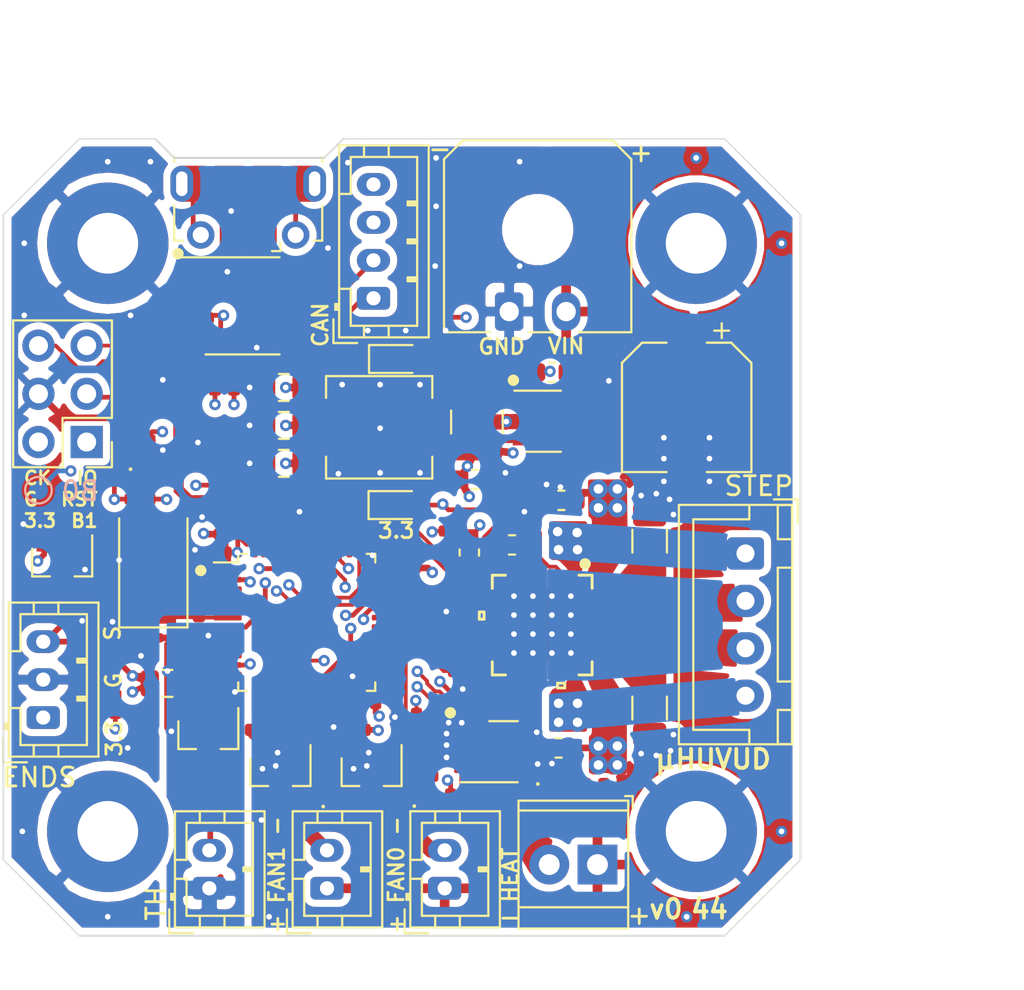
<source format=kicad_pcb>
(kicad_pcb (version 20171130) (host pcbnew "(5.1.5)-3")
  (layers (0 F.Cu signal) (1 In1.Cu signal) (2 In2.Cu signal) (31 B.Cu power) (34 B.Paste user) (35 F.Paste user) (36 B.SilkS user) (37 F.SilkS user) (38 B.Mask user hide) (39 F.Mask user) (44 Edge.Cuts user))
  (net 0 "")
  (net 1 GNDA)
  (net 2 GND)
  (net 3 ST_VS)
  (net 4 "Net-(C3-Pad1)")
  (net 5 "Net-(C4-Pad1)")
  (net 6 "Net-(C5-Pad1)")
  (net 7 "Net-(C5-Pad2)")
  (net 8 +3V3)
  (net 9 "Net-(C12-Pad2)")
  (net 10 "Net-(C13-Pad2)")
  (net 11 "Net-(D1-Pad1)")
  (net 12 "Net-(D1-Pad2)")
  (net 13 "Net-(D2-Pad1)")
  (net 14 "Net-(D2-Pad2)")
  (net 15 "Net-(D3-Pad2)")
  (net 16 "Net-(D3-Pad1)")
  (net 17 AREF)
  (net 18 THERM)
  (net 19 "Net-(R17-Pad1)")
  (net 20 ST_EN)
  (net 21 HEATER)
  (net 22 ST_STEP)
  (net 23 ST_DIR)
  (net 24 ST_DIAG)
  (net 25 "Net-(D6-Pad1)")
  (net 26 "Net-(D8-Pad1)")
  (net 27 SWCLK)
  (net 28 SWDIO)
  (net 29 "Net-(R6-Pad1)")
  (net 30 CANRX)
  (net 31 CANTX)
  (net 32 "Net-(D5-Pad1)")
  (net 33 ENDSTOP)
  (net 34 LED0)
  (net 35 BRA)
  (net 36 BRB)
  (net 37 ST_UART_TX)
  (net 38 ST_UART_RX)
  (net 39 "Net-(J12-Pad6)")
  (net 40 "Net-(J12-Pad2)")
  (net 41 "Net-(J12-Pad3)")
  (net 42 NRST)
  (net 43 USBDM)
  (net 44 USBDP)
  (net 45 BOOT0)
  (net 46 /CANH)
  (net 47 /CANL)
  (net 48 "Net-(C21-Pad2)")
  (net 49 "Net-(C21-Pad1)")
  (net 50 FAN0)
  (net 51 FAN1)
  (net 52 /ST_A2)
  (net 53 /ST_A1)
  (net 54 /ST_B1)
  (net 55 /ST_B2)
  (net 56 "Net-(Q1-Pad1)")
  (net 57 "Net-(Q2-Pad1)")
  (net 58 "Net-(D9-Pad3)")
  (net 59 "Net-(D4-Pad3)")
  (net 60 "Net-(Q3-Pad2)")
  (net 61 BOOT1)
  (net 62 "Net-(R38-Pad1)")
  (net 63 "Net-(C20-Pad2)")
  (net 64 "Net-(C20-Pad1)")
  (net 65 "Net-(R29-Pad2)")
  (net 66 "Net-(R30-Pad2)")
  (module Resistor_SMD:R_0402_1005Metric (layer F.Cu) (at 213.45 117.25 180)
    (fp_text reference R31 hide)
    (fp_text value 22)
    (pad 2 smd roundrect (at 0.485 0 180) (size 0.59 0.64) (layers F.Cu F.Paste F.Mask) (net 66 "Net-(R30-Pad2)"))
    (pad 1 smd roundrect (at -0.485 0 180) (size 0.59 0.64) (layers F.Cu F.Paste F.Mask) (net 65 "Net-(R29-Pad2)"))
  )
  (module Resistor_SMD:R_0402_1005Metric (layer F.Cu) (at 211.45 117.25)
    (fp_text reference R30 hide)
    (fp_text value 22)
    (pad 2 smd roundrect (at 0.485 0) (size 0.59 0.64) (layers F.Cu F.Paste F.Mask) (net 66 "Net-(R30-Pad2)"))
    (pad 1 smd roundrect (at -0.485 0) (size 0.59 0.64) (layers F.Cu F.Paste F.Mask) (net 8 +3V3))
  )
  (module NetTie:NetTie-2_SMD_Pad0.5mm (layer F.Cu) (at 189.75 126.3)
    (fp_text reference NT1 hide)
    (fp_text value Net-Tie_2)
    (fp_poly (pts (xy -0.5 -0.25) (xy 0.5 -0.25) (xy 0.5 0.25) (xy -0.5 0.25)) (layer F.Cu) (width 0))
    (pad 2 smd circle (at 0.5 0) (size 0.5 0.5) (layers F.Cu) (net 1 GNDA))
    (pad 1 smd circle (at -0.5 0) (size 0.5 0.5) (layers F.Cu) (net 2 GND))
  )
  (module Capacitor_SMD:C_0402_1005Metric (layer F.Cu) (at 191.3 126.8 270)
    (fp_text reference C11 hide)
    (fp_text value 0.1uF)
    (pad 2 smd roundrect (at 0.485 0 270) (size 0.59 0.64) (layers F.Cu F.Paste F.Mask) (net 17 AREF))
    (pad 1 smd roundrect (at -0.485 0 270) (size 0.59 0.64) (layers F.Cu F.Paste F.Mask) (net 1 GNDA))
  )
  (module LED_SMD:LED_0402_1005Metric (layer F.Cu) (at 188.7 118.5 270)
    (fp_text reference D5 hide)
    (fp_text value LEDGR)
    (pad 2 smd roundrect (at 0.485 0 270) (size 0.59 0.64) (layers F.Cu F.Paste F.Mask) (net 8 +3V3))
    (pad 1 smd roundrect (at -0.485 0 270) (size 0.59 0.64) (layers F.Cu F.Paste F.Mask) (net 32 "Net-(D5-Pad1)"))
  )
  (module Resistor_SMD:R_0402_1005Metric (layer F.Cu) (at 213.45 115.3)
    (fp_text reference R29 hide)
    (fp_text value 2k)
    (pad 2 smd roundrect (at 0.485 0) (size 0.59 0.64) (layers F.Cu F.Paste F.Mask) (net 65 "Net-(R29-Pad2)"))
    (pad 1 smd roundrect (at -0.485 0) (size 0.59 0.64) (layers F.Cu F.Paste F.Mask) (net 48 "Net-(C21-Pad2)"))
  )
  (module Capacitor_SMD:C_0402_1005Metric (layer F.Cu) (at 213.45 114.35)
    (fp_text reference C21 hide)
    (fp_text value 68pF)
    (pad 2 smd roundrect (at 0.485 0) (size 0.59 0.64) (layers F.Cu F.Paste F.Mask) (net 48 "Net-(C21-Pad2)"))
    (pad 1 smd roundrect (at -0.485 0) (size 0.59 0.64) (layers F.Cu F.Paste F.Mask) (net 49 "Net-(C21-Pad1)"))
  )
  (module Capacitor_SMD:C_0603_1608Metric (layer F.Cu) (at 210.9 112.3)
    (fp_text reference C20 hide)
    (fp_text value 0.1uF/35V)
    (pad 2 smd roundrect (at 0.7875 0) (size 0.875 0.95) (layers F.Cu F.Paste F.Mask) (net 63 "Net-(C20-Pad2)"))
    (pad 1 smd roundrect (at -0.7875 0) (size 0.875 0.95) (layers F.Cu F.Paste F.Mask) (net 64 "Net-(C20-Pad1)"))
  )
  (module Capacitor_SMD:C_0603_1608Metric (layer F.Cu) (at 206.85 117.95)
    (fp_text reference C16 hide)
    (fp_text value 0.1uF/35V)
    (pad 2 smd roundrect (at 0.7875 0) (size 0.875 0.95) (layers F.Cu F.Paste F.Mask) (net 2 GND))
    (pad 1 smd roundrect (at -0.7875 0) (size 0.875 0.95) (layers F.Cu F.Paste F.Mask) (net 3 ST_VS))
  )
  (module Capacitor_SMD:C_0805_2012Metric (layer F.Cu) (at 196.775 113.1 180)
    (fp_text reference C32 hide)
    (fp_text value 10uF)
    (pad 2 smd roundrect (at 0.9375 0 180) (size 0.975 1.4) (layers F.Cu F.Paste F.Mask) (net 2 GND))
    (pad 1 smd roundrect (at -0.9375 0 180) (size 0.975 1.4) (layers F.Cu F.Paste F.Mask) (net 8 +3V3))
  )
  (module Capacitor_SMD:C_0805_2012Metric (layer F.Cu) (at 196.775 117.1 180)
    (fp_text reference C15 hide)
    (fp_text value 10uF)
    (pad 2 smd roundrect (at 0.9375 0 180) (size 0.975 1.4) (layers F.Cu F.Paste F.Mask) (net 2 GND))
    (pad 1 smd roundrect (at -0.9375 0 180) (size 0.975 1.4) (layers F.Cu F.Paste F.Mask) (net 8 +3V3))
  )
  (module Capacitor_SMD:C_0805_2012Metric (layer F.Cu) (at 196.775 115.1 180)
    (fp_text reference C14 hide)
    (fp_text value 10uF)
    (pad 2 smd roundrect (at 0.9375 0 180) (size 0.975 1.4) (layers F.Cu F.Paste F.Mask) (net 2 GND))
    (pad 1 smd roundrect (at -0.9375 0 180) (size 0.975 1.4) (layers F.Cu F.Paste F.Mask) (net 8 +3V3))
  )
  (module Capacitor_SMD:C_1210_3225Metric (layer F.Cu) (at 206.95 114.92 270)
    (fp_text reference C22 hide)
    (fp_text value 10uF/35V)
    (pad 2 smd roundrect (at 1.4 0 270) (size 1.25 2.65) (layers F.Cu F.Paste F.Mask) (roundrect_rratio 0.2) (net 3 ST_VS))
    (pad 1 smd roundrect (at -1.4 0 270) (size 1.25 2.65) (layers F.Cu F.Paste F.Mask) (roundrect_rratio 0.2) (net 2 GND))
  )
  (module Package_TO_SOT_SMD:SOT-23-6 (layer F.Cu) (at 210.47 114.88)
    (fp_text reference U3 hide)
    (fp_text value TPS54308)
    (pad 5 smd rect (at 1.1 0) (size 1.06 0.65) (layers F.Cu F.Paste F.Mask) (net 62 "Net-(R38-Pad1)"))
    (pad 6 smd rect (at 1.1 -0.95) (size 1.06 0.65) (layers F.Cu F.Paste F.Mask) (net 63 "Net-(C20-Pad2)"))
    (pad 4 smd rect (at 1.1 0.95) (size 1.06 0.65) (layers F.Cu F.Paste F.Mask) (net 49 "Net-(C21-Pad1)"))
    (pad 3 smd rect (at -1.1 0.95) (size 1.06 0.65) (layers F.Cu F.Paste F.Mask) (net 3 ST_VS))
    (pad 2 smd rect (at -1.1 0) (size 1.06 0.65) (layers F.Cu F.Paste F.Mask) (net 64 "Net-(C20-Pad1)"))
    (pad 1 smd rect (at -1.1 -0.95) (size 1.06 0.65) (layers F.Cu F.Paste F.Mask) (net 2 GND))
  )
  (module Resistor_SMD:R_0402_1005Metric (layer F.Cu) (at 213.45 113.4 180)
    (fp_text reference R41 hide)
    (fp_text value 22k)
    (pad 2 smd roundrect (at 0.485 0 180) (size 0.59 0.64) (layers F.Cu F.Paste F.Mask) (net 49 "Net-(C21-Pad1)"))
    (pad 1 smd roundrect (at -0.485 0 180) (size 0.59 0.64) (layers F.Cu F.Paste F.Mask) (net 2 GND))
  )
  (module Resistor_SMD:R_0402_1005Metric (layer F.Cu) (at 213.45 116.25)
    (fp_text reference R40 hide)
    (fp_text value 100k)
    (pad 2 smd roundrect (at 0.485 0) (size 0.59 0.64) (layers F.Cu F.Paste F.Mask) (net 65 "Net-(R29-Pad2)"))
    (pad 1 smd roundrect (at -0.485 0) (size 0.59 0.64) (layers F.Cu F.Paste F.Mask) (net 49 "Net-(C21-Pad1)"))
  )
  (module Resistor_SMD:R_0402_1005Metric (layer F.Cu) (at 213.45 112.06 180)
    (fp_text reference R39 hide)
    (fp_text value 22k)
    (pad 2 smd roundrect (at 0.485 0 180) (size 0.59 0.64) (layers F.Cu F.Paste F.Mask) (net 62 "Net-(R38-Pad1)"))
    (pad 1 smd roundrect (at -0.485 0 180) (size 0.59 0.64) (layers F.Cu F.Paste F.Mask) (net 2 GND))
  )
  (module Resistor_SMD:R_0402_1005Metric (layer F.Cu) (at 213.45 111.09)
    (fp_text reference R38 hide)
    (fp_text value 100k)
    (pad 2 smd roundrect (at 0.485 0) (size 0.59 0.64) (layers F.Cu F.Paste F.Mask) (net 3 ST_VS))
    (pad 1 smd roundrect (at -0.485 0) (size 0.59 0.64) (layers F.Cu F.Paste F.Mask) (net 62 "Net-(R38-Pad1)"))
  )
  (module Inductor_SMD:L_Sunlord_MWSA0518_5.4x5.2mm (layer F.Cu) (at 201.8 115.2 180)
    (fp_text reference L4 hide)
    (fp_text value "10uH/max 145mOhm 2A")
    (pad 2 smd rect (at 2.05 0 180) (size 1.9 2.5) (layers F.Cu F.Paste F.Mask) (net 8 +3V3))
    (pad 1 smd rect (at -2.05 0 180) (size 1.9 2.5) (layers F.Cu F.Paste F.Mask) (net 64 "Net-(C20-Pad1)"))
  )
  (module Resistor_SMD:R_0402_1005Metric (layer F.Cu) (at 189.7 116.35 90)
    (fp_text reference R37 hide)
    (fp_text value 10k)
    (pad 2 smd roundrect (at 0.485 0 90) (size 0.59 0.64) (layers F.Cu F.Paste F.Mask) (net 61 BOOT1))
    (pad 1 smd roundrect (at -0.485 0 90) (size 0.59 0.64) (layers F.Cu F.Paste F.Mask) (net 2 GND))
  )
  (module Capacitor_SMD:C_0402_1005Metric (layer F.Cu) (at 192.3 126.6 270)
    (fp_text reference C23 hide)
    (fp_text value 4.7uF hide)
    (pad 2 smd roundrect (at 0.485 0 270) (size 0.59 0.64) (layers F.Cu F.Paste F.Mask) (net 17 AREF))
    (pad 1 smd roundrect (at -0.485 0 270) (size 0.59 0.64) (layers F.Cu F.Paste F.Mask) (net 1 GNDA))
  )
  (module TestPoint:TestPoint_Pad_D1.0mm (layer B.Cu) (at 183.8485 118.516)
    (fp_text reference TP1 hide)
    (fp_text value TestPoint)
    (pad 1 smd circle (at 0 0) (size 1 1) (layers B.Cu B.Mask) (net 45 BOOT0))
  )
  (module Huvud:DFN-8-1EP_3x3mm_P0.65mm_EP1.7x2.05mm (layer F.Cu) (at 207.6 132.3)
    (fp_text reference Q3 hide)
    (fp_text value AON7524 hide)
    (pad 3 smd rect (at 0 0) (size 1.7 2.05) (layers F.Cu F.Mask) (net 16 "Net-(D3-Pad1)"))
    (pad 3 smd roundrect (at 1.45 -0.975) (size 0.8 0.3) (layers F.Cu F.Paste F.Mask) (net 16 "Net-(D3-Pad1)"))
    (pad 3 smd roundrect (at 1.45 -0.325) (size 0.8 0.3) (layers F.Cu F.Paste F.Mask) (net 16 "Net-(D3-Pad1)"))
    (pad 3 smd roundrect (at 1.45 0.325) (size 0.8 0.3) (layers F.Cu F.Paste F.Mask) (net 16 "Net-(D3-Pad1)"))
    (pad 3 smd roundrect (at 1.45 0.975) (size 0.8 0.3) (layers F.Cu F.Paste F.Mask) (net 16 "Net-(D3-Pad1)"))
    (pad 2 smd roundrect (at -1.45 0.975) (size 0.8 0.3) (layers F.Cu F.Paste F.Mask) (net 60 "Net-(Q3-Pad2)"))
    (pad 1 smd roundrect (at -1.45 0.325) (size 0.8 0.3) (layers F.Cu F.Paste F.Mask) (net 2 GND))
    (pad 1 smd roundrect (at -1.45 -0.325) (size 0.8 0.3) (layers F.Cu F.Paste F.Mask) (net 2 GND))
    (pad 1 smd roundrect (at -1.45 -0.975) (size 0.8 0.3) (layers F.Cu F.Paste F.Mask) (net 2 GND))
  )
  (module Resistor_SMD:R_0402_1005Metric (layer F.Cu) (at 189.7 118.5 90)
    (fp_text reference R3 hide)
    (fp_text value 470 hide)
    (pad 2 smd roundrect (at 0.485 0 90) (size 0.59 0.64) (layers F.Cu F.Paste F.Mask) (net 32 "Net-(D5-Pad1)"))
    (pad 1 smd roundrect (at -0.485 0 90) (size 0.59 0.64) (layers F.Cu F.Paste F.Mask) (net 34 LED0))
  )
  (module Package_TO_SOT_SMD:SOT-23 (layer F.Cu) (at 192.8 131.4 270)
    (fp_text reference D9 hide)
    (fp_text value BAT54S hide)
    (pad 3 smd rect (at 1 0 270) (size 0.9 0.8) (layers F.Cu F.Paste F.Mask) (net 58 "Net-(D9-Pad3)"))
    (pad 2 smd rect (at -1 0.95 270) (size 0.9 0.8) (layers F.Cu F.Paste F.Mask) (net 17 AREF))
    (pad 1 smd rect (at -1 -0.95 270) (size 0.9 0.8) (layers F.Cu F.Paste F.Mask) (net 1 GNDA))
  )
  (module Package_TO_SOT_SMD:SOT-23 (layer F.Cu) (at 185.1 122.3 270)
    (fp_text reference D4 hide)
    (fp_text value BAT54S hide)
    (pad 3 smd rect (at 1 0 270) (size 0.9 0.8) (layers F.Cu F.Paste F.Mask) (net 59 "Net-(D4-Pad3)"))
    (pad 2 smd rect (at -1 0.95 270) (size 0.9 0.8) (layers F.Cu F.Paste F.Mask) (net 8 +3V3))
    (pad 1 smd rect (at -1 -0.95 270) (size 0.9 0.8) (layers F.Cu F.Paste F.Mask) (net 2 GND))
  )
  (module LED_SMD:LED_0603_1608Metric (layer F.Cu) (at 202.725 119.3)
    (fp_text reference D8 hide)
    (fp_text value LEDRED hide)
    (pad 2 smd roundrect (at 0.7875 0) (size 0.875 0.95) (layers F.Cu F.Paste F.Mask) (net 8 +3V3))
    (pad 1 smd roundrect (at -0.7875 0) (size 0.875 0.95) (layers F.Cu F.Paste F.Mask) (net 26 "Net-(D8-Pad1)"))
  )
  (module LED_SMD:LED_0603_1608Metric (layer F.Cu) (at 202.75 111.6)
    (fp_text reference D6 hide)
    (fp_text value LEDRED hide)
    (pad 2 smd roundrect (at 0.7875 0) (size 0.875 0.95) (layers F.Cu F.Paste F.Mask) (net 3 ST_VS))
    (pad 1 smd roundrect (at -0.7875 0) (size 0.875 0.95) (layers F.Cu F.Paste F.Mask) (net 25 "Net-(D6-Pad1)"))
  )
  (module Resistor_SMD:R_0402_1005Metric (layer F.Cu) (at 187.9 129.8 270)
    (fp_text reference R36 hide)
    (fp_text value 10k hide)
    (pad 2 smd roundrect (at 0.485 0 270) (size 0.59 0.64) (layers F.Cu F.Paste F.Mask) (net 33 ENDSTOP))
    (pad 1 smd roundrect (at -0.485 0 270) (size 0.59 0.64) (layers F.Cu F.Paste F.Mask) (net 59 "Net-(D4-Pad3)"))
  )
  (module Resistor_SMD:R_0402_1005Metric (layer F.Cu) (at 197.4 131.15)
    (fp_text reference R35 hide)
    (fp_text value 22 hide)
    (pad 2 smd roundrect (at 0.485 0) (size 0.59 0.64) (layers F.Cu F.Paste F.Mask) (net 57 "Net-(Q2-Pad1)"))
    (pad 1 smd roundrect (at -0.485 0) (size 0.59 0.64) (layers F.Cu F.Paste F.Mask) (net 51 FAN1))
  )
  (module Resistor_SMD:R_0402_1005Metric (layer F.Cu) (at 204.1 131.5 180)
    (fp_text reference R34 hide)
    (fp_text value 22 hide)
    (pad 2 smd roundrect (at 0.485 0 180) (size 0.59 0.64) (layers F.Cu F.Paste F.Mask) (net 56 "Net-(Q1-Pad1)"))
    (pad 1 smd roundrect (at -0.485 0 180) (size 0.59 0.64) (layers F.Cu F.Paste F.Mask) (net 50 FAN0))
  )
  (module Resistor_SMD:R_0402_1005Metric (layer F.Cu) (at 206.05 134.55)
    (fp_text reference R28 hide)
    (fp_text value 22 hide)
    (pad 2 smd roundrect (at 0.485 0) (size 0.59 0.64) (layers F.Cu F.Paste F.Mask) (net 60 "Net-(Q3-Pad2)"))
    (pad 1 smd roundrect (at -0.485 0) (size 0.59 0.64) (layers F.Cu F.Paste F.Mask) (net 21 HEATER))
  )
  (module LED_SMD:LED_0402_1005Metric (layer F.Cu) (at 211.25 134)
    (fp_text reference D3 hide)
    (fp_text value LEDGR hide)
    (pad 2 smd roundrect (at 0.485 0) (size 0.59 0.64) (layers F.Cu F.Paste F.Mask) (net 15 "Net-(D3-Pad2)"))
    (pad 1 smd roundrect (at -0.485 0) (size 0.59 0.64) (layers F.Cu F.Paste F.Mask) (net 16 "Net-(D3-Pad1)"))
  )
  (module LED_SMD:LED_0402_1005Metric (layer F.Cu) (at 198.85 134.1 90)
    (fp_text reference D2 hide)
    (fp_text value LEDGR hide)
    (pad 2 smd roundrect (at 0.485 0 90) (size 0.59 0.64) (layers F.Cu F.Paste F.Mask) (net 14 "Net-(D2-Pad2)"))
    (pad 1 smd roundrect (at -0.485 0 90) (size 0.59 0.64) (layers F.Cu F.Paste F.Mask) (net 13 "Net-(D2-Pad1)"))
  )
  (module LED_SMD:LED_0402_1005Metric (layer F.Cu) (at 203.65 134.08 90)
    (fp_text reference D1 hide)
    (fp_text value LEDGR hide)
    (pad 2 smd roundrect (at 0.485 0 90) (size 0.59 0.64) (layers F.Cu F.Paste F.Mask) (net 12 "Net-(D1-Pad2)"))
    (pad 1 smd roundrect (at -0.485 0 90) (size 0.59 0.64) (layers F.Cu F.Paste F.Mask) (net 11 "Net-(D1-Pad1)"))
  )
  (module MountingHole:MountingHole_3.2mm_M3_Pad (layer F.Cu) (at 218.5 136.5)
    (fp_text reference H4 hide)
    (fp_text value MountingHole hide)
    (pad 1 thru_hole circle (at 0 0) (size 6.4 6.4) (drill 3.2) (layers *.Cu *.Mask) (net 2 GND))
  )
  (module MountingHole:MountingHole_3.2mm_M3_Pad (layer F.Cu) (at 187.5 136.5)
    (fp_text reference H3 hide)
    (fp_text value MountingHole hide)
    (pad 1 thru_hole circle (at 0 0) (size 6.4 6.4) (drill 3.2) (layers *.Cu *.Mask) (net 2 GND))
  )
  (module MountingHole:MountingHole_3.2mm_M3_Pad (layer F.Cu) (at 218.5 105.5)
    (fp_text reference H2 hide)
    (fp_text value MountingHole hide)
    (pad 1 thru_hole circle (at 0 0) (size 6.4 6.4) (drill 3.2) (layers *.Cu *.Mask) (net 2 GND))
  )
  (module MountingHole:MountingHole_3.2mm_M3_Pad (layer F.Cu) (at 187.5 105.5)
    (fp_text reference H1 hide)
    (fp_text value MountingHole hide)
    (pad 1 thru_hole circle (at 0 0) (size 6.4 6.4) (drill 3.2) (layers *.Cu *.Mask) (net 2 GND))
  )
  (module Capacitor_SMD:C_0402_1005Metric (layer F.Cu) (at 193.85 134.1 90)
    (fp_text reference C25 hide)
    (fp_text value 0.1uF hide)
    (pad 2 smd roundrect (at 0.485 0 90) (size 0.59 0.64) (layers F.Cu F.Paste F.Mask) (net 18 THERM))
    (pad 1 smd roundrect (at -0.485 0 90) (size 0.59 0.64) (layers F.Cu F.Paste F.Mask) (net 1 GNDA))
  )
  (module Capacitor_SMD:C_0402_1005Metric (layer F.Cu) (at 188.95 130.625 270)
    (fp_text reference C2 hide)
    (fp_text value 0.1uF hide)
    (pad 2 smd roundrect (at 0.485 0 270) (size 0.59 0.64) (layers F.Cu F.Paste F.Mask) (net 2 GND))
    (pad 1 smd roundrect (at -0.485 0 270) (size 0.59 0.64) (layers F.Cu F.Paste F.Mask) (net 33 ENDSTOP))
  )
  (module Connector_PinHeader_2.54mm:PinHeader_2x03_P2.54mm_Vertical (layer F.Cu) (at 186.3885 115.976 180)
    (fp_text reference J2 hide)
    (fp_text value DBG hide)
    (pad 6 thru_hole oval (at 2.54 5.08 180) (size 1.7 1.7) (drill 1) (layers *.Cu *.Mask) (net 27 SWCLK))
    (pad 5 thru_hole oval (at 0 5.08 180) (size 1.7 1.7) (drill 1) (layers *.Cu *.Mask) (net 28 SWDIO))
    (pad 4 thru_hole oval (at 2.54 2.54 180) (size 1.7 1.7) (drill 1) (layers *.Cu *.Mask) (net 2 GND))
    (pad 3 thru_hole oval (at 0 2.54 180) (size 1.7 1.7) (drill 1) (layers *.Cu *.Mask) (net 42 NRST))
    (pad 2 thru_hole oval (at 2.54 0 180) (size 1.7 1.7) (drill 1) (layers *.Cu *.Mask) (net 8 +3V3))
    (pad 1 thru_hole rect (at 0 0 180) (size 1.7 1.7) (drill 1) (layers *.Cu *.Mask) (net 61 BOOT1))
  )
  (module Resistor_SMD:R_0402_1005Metric (layer F.Cu) (at 200.15 111.6 180)
    (fp_text reference R11 hide)
    (fp_text value 10k hide)
    (pad 2 smd roundrect (at 0.485 0 180) (size 0.59 0.64) (layers F.Cu F.Paste F.Mask) (net 2 GND))
    (pad 1 smd roundrect (at -0.485 0 180) (size 0.59 0.64) (layers F.Cu F.Paste F.Mask) (net 25 "Net-(D6-Pad1)"))
  )
  (module Connector_USB:USB_Micro-B_Molex-105017-0001 (layer F.Cu) (at 194.9 103.6 180)
    (fp_text reference J12 hide)
    (fp_text value USB_Micro-B_Molex-105017-0001 hide)
    (pad 6 smd rect (at -2.9 1.2375 180) (size 1.2 1.9) (layers F.Cu F.Mask) (net 39 "Net-(J12-Pad6)"))
    (pad 6 smd rect (at 2.9 1.2375 180) (size 1.2 1.9) (layers F.Cu F.Mask) (net 39 "Net-(J12-Pad6)"))
    (pad 6 thru_hole oval (at 3.5 1.2375 180) (size 1.2 1.9) (drill oval 0.6 1.3) (layers *.Cu *.Mask) (net 39 "Net-(J12-Pad6)"))
    (pad 6 thru_hole oval (at -3.5 1.2375) (size 1.2 1.9) (drill oval 0.6 1.3) (layers *.Cu *.Mask) (net 39 "Net-(J12-Pad6)"))
    (pad 6 smd rect (at -1 1.2375 180) (size 1.5 1.9) (layers F.Cu F.Paste F.Mask) (net 39 "Net-(J12-Pad6)"))
    (pad 6 thru_hole circle (at 2.5 -1.4625 180) (size 1.45 1.45) (drill 0.85) (layers *.Cu *.Mask) (net 39 "Net-(J12-Pad6)"))
    (pad 3 smd rect (at 0 -1.4625 180) (size 0.4 1.35) (layers F.Cu F.Paste F.Mask) (net 41 "Net-(J12-Pad3)"))
    (pad 4 smd rect (at 0.65 -1.4625 180) (size 0.4 1.35) (layers F.Cu F.Paste F.Mask) (net 2 GND))
    (pad 5 smd rect (at 1.3 -1.4625 180) (size 0.4 1.35) (layers F.Cu F.Paste F.Mask) (net 2 GND))
    (pad 1 smd rect (at -1.3 -1.4625 180) (size 0.4 1.35) (layers F.Cu F.Paste F.Mask))
    (pad 2 smd rect (at -0.65 -1.4625 180) (size 0.4 1.35) (layers F.Cu F.Paste F.Mask) (net 40 "Net-(J12-Pad2)"))
    (pad 6 thru_hole circle (at -2.5 -1.4625 180) (size 1.45 1.45) (drill 0.85) (layers *.Cu *.Mask) (net 39 "Net-(J12-Pad6)"))
    (pad 6 smd rect (at 1 1.2375 180) (size 1.5 1.9) (layers F.Cu F.Paste F.Mask) (net 39 "Net-(J12-Pad6)"))
  )
  (module Connector_JST:JST_XH_B4B-XH-A_1x04_P2.50mm_Vertical (layer F.Cu) (at 221.1 121.85 270)
    (fp_text reference J9 hide)
    (fp_text value STEPPER hide)
    (pad 4 thru_hole oval (at 7.5 0 270) (size 1.7 1.95) (drill 0.95) (layers *.Cu *.Mask) (net 52 /ST_A2))
    (pad 3 thru_hole oval (at 5 0 270) (size 1.7 1.95) (drill 0.95) (layers *.Cu *.Mask) (net 53 /ST_A1))
    (pad 2 thru_hole oval (at 2.5 0 270) (size 1.7 1.95) (drill 0.95) (layers *.Cu *.Mask) (net 54 /ST_B1))
    (pad 1 thru_hole roundrect (at 0 0 270) (size 1.7 1.95) (drill 0.95) (layers *.Cu *.Mask) (roundrect_rratio 0.147059) (net 55 /ST_B2))
  )
  (module Inductor_SMD:L_0805_2012Metric (layer F.Cu) (at 190.65 128.7)
    (fp_text reference L1 hide)
    (fp_text value 22uH hide)
    (pad 2 smd roundrect (at 0.9375 0) (size 0.975 1.4) (layers F.Cu F.Paste F.Mask) (net 17 AREF))
    (pad 1 smd roundrect (at -0.9375 0) (size 0.975 1.4) (layers F.Cu F.Paste F.Mask) (net 8 +3V3))
  )
  (module Connector_JST:JST_PH_B2B-PH-K_1x02_P2.00mm_Vertical (layer F.Cu) (at 192.85 139.5 90)
    (fp_text reference J3 hide)
    (fp_text value THERM hide)
    (pad 2 thru_hole oval (at 2 0 90) (size 1.2 1.75) (drill 0.75) (layers *.Cu *.Mask) (net 58 "Net-(D9-Pad3)"))
    (pad 1 thru_hole roundrect (at 0 0 90) (size 1.2 1.75) (drill 0.75) (layers *.Cu *.Mask) (roundrect_rratio 0.208333) (net 1 GNDA))
  )
  (module Resistor_SMD:R_0402_1005Metric (layer F.Cu) (at 191.65 134.05 90)
    (fp_text reference R2 hide)
    (fp_text value 4.7k hide)
    (pad 2 smd roundrect (at 0.485 0 90) (size 0.59 0.64) (layers F.Cu F.Paste F.Mask) (net 17 AREF))
    (pad 1 smd roundrect (at -0.485 0 90) (size 0.59 0.64) (layers F.Cu F.Paste F.Mask) (net 58 "Net-(D9-Pad3)"))
  )
  (module Resistor_SMD:R_0402_1005Metric (layer F.Cu) (at 192.9 134.1 270)
    (fp_text reference R5 hide)
    (fp_text value 10k hide)
    (pad 2 smd roundrect (at 0.485 0 270) (size 0.59 0.64) (layers F.Cu F.Paste F.Mask) (net 58 "Net-(D9-Pad3)"))
    (pad 1 smd roundrect (at -0.485 0 270) (size 0.59 0.64) (layers F.Cu F.Paste F.Mask) (net 18 THERM))
  )
  (module Capacitor_SMD:C_0402_1005Metric (layer F.Cu) (at 190.4 109.85 270)
    (fp_text reference C28 hide)
    (fp_text value 0.1uF hide)
    (pad 2 smd roundrect (at 0.485 0 270) (size 0.59 0.64) (layers F.Cu F.Paste F.Mask) (net 8 +3V3))
    (pad 1 smd roundrect (at -0.485 0 270) (size 0.59 0.64) (layers F.Cu F.Paste F.Mask) (net 2 GND))
  )
  (module Capacitor_SMD:C_0402_1005Metric (layer F.Cu) (at 202.1 129.75)
    (fp_text reference C27 hide)
    (fp_text value 4.7uF hide)
    (pad 2 smd roundrect (at 0.485 0) (size 0.59 0.64) (layers F.Cu F.Paste F.Mask) (net 2 GND))
    (pad 1 smd roundrect (at -0.485 0) (size 0.59 0.64) (layers F.Cu F.Paste F.Mask) (net 8 +3V3))
  )
  (module Capacitor_SMD:C_0402_1005Metric (layer F.Cu) (at 193.25 121.8 180)
    (fp_text reference C26 hide)
    (fp_text value 0.1uF hide)
    (pad 2 smd roundrect (at 0.485 0 180) (size 0.59 0.64) (layers F.Cu F.Paste F.Mask) (net 2 GND))
    (pad 1 smd roundrect (at -0.485 0 180) (size 0.59 0.64) (layers F.Cu F.Paste F.Mask) (net 8 +3V3))
  )
  (module Capacitor_SMD:C_0402_1005Metric (layer F.Cu) (at 188.7 116.35 270)
    (fp_text reference C24 hide)
    (fp_text value 0.1uF hide)
    (pad 2 smd roundrect (at 0.485 0 270) (size 0.59 0.64) (layers F.Cu F.Paste F.Mask) (net 2 GND))
    (pad 1 smd roundrect (at -0.485 0 270) (size 0.59 0.64) (layers F.Cu F.Paste F.Mask) (net 8 +3V3))
  )
  (module Capacitor_SMD:C_0402_1005Metric (layer F.Cu) (at 188.7 114.1 90)
    (fp_text reference C19 hide)
    (fp_text value 0.1uF hide)
    (pad 2 smd roundrect (at 0.485 0 90) (size 0.59 0.64) (layers F.Cu F.Paste F.Mask) (net 42 NRST))
    (pad 1 smd roundrect (at -0.485 0 90) (size 0.59 0.64) (layers F.Cu F.Paste F.Mask) (net 2 GND))
  )
  (module Capacitor_SMD:C_0402_1005Metric (layer F.Cu) (at 193.4 120.35 90)
    (fp_text reference C18 hide)
    (fp_text value 0.1uF hide)
    (pad 2 smd roundrect (at 0.485 0 90) (size 0.59 0.64) (layers F.Cu F.Paste F.Mask) (net 2 GND))
    (pad 1 smd roundrect (at -0.485 0 90) (size 0.59 0.64) (layers F.Cu F.Paste F.Mask) (net 8 +3V3))
  )
  (module Capacitor_SMD:C_0402_1005Metric (layer F.Cu) (at 203.675 123.1 270)
    (fp_text reference C17 hide)
    (fp_text value 0.1uF hide)
    (pad 2 smd roundrect (at 0.485 0 270) (size 0.59 0.64) (layers F.Cu F.Paste F.Mask) (net 2 GND))
    (pad 1 smd roundrect (at -0.485 0 270) (size 0.59 0.64) (layers F.Cu F.Paste F.Mask) (net 8 +3V3))
  )
  (module Capacitor_SMD:C_0402_1005Metric (layer F.Cu) (at 187.5 121.2 90)
    (fp_text reference C13 hide)
    (fp_text value 22pF hide)
    (pad 2 smd roundrect (at 0.485 0 90) (size 0.59 0.64) (layers F.Cu F.Paste F.Mask) (net 10 "Net-(C13-Pad2)"))
    (pad 1 smd roundrect (at -0.485 0 90) (size 0.59 0.64) (layers F.Cu F.Paste F.Mask) (net 2 GND))
  )
  (module Capacitor_SMD:C_0402_1005Metric (layer F.Cu) (at 187.5 123.1 270)
    (fp_text reference C12 hide)
    (fp_text value 22pF hide)
    (pad 2 smd roundrect (at 0.485 0 270) (size 0.59 0.64) (layers F.Cu F.Paste F.Mask) (net 9 "Net-(C12-Pad2)"))
    (pad 1 smd roundrect (at -0.485 0 270) (size 0.59 0.64) (layers F.Cu F.Paste F.Mask) (net 2 GND))
  )
  (module Capacitor_SMD:C_0402_1005Metric (layer F.Cu) (at 200.575 131.15 180)
    (fp_text reference C10 hide)
    (fp_text value 0.1uF hide)
    (pad 2 smd roundrect (at 0.485 0 180) (size 0.59 0.64) (layers F.Cu F.Paste F.Mask) (net 2 GND))
    (pad 1 smd roundrect (at -0.485 0 180) (size 0.59 0.64) (layers F.Cu F.Paste F.Mask) (net 8 +3V3))
  )
  (module Capacitor_SMD:C_0402_1005Metric (layer F.Cu) (at 207.5 129)
    (fp_text reference C9 hide)
    (fp_text value 0.1uF hide)
    (pad 2 smd roundrect (at 0.485 0) (size 0.59 0.64) (layers F.Cu F.Paste F.Mask) (net 8 +3V3))
    (pad 1 smd roundrect (at -0.485 0) (size 0.59 0.64) (layers F.Cu F.Paste F.Mask) (net 2 GND))
  )
  (module Capacitor_SMD:C_0402_1005Metric (layer F.Cu) (at 206.75 124.25 270)
    (fp_text reference C4 hide)
    (fp_text value 4.7uF hide)
    (pad 2 smd roundrect (at 0.485 0 270) (size 0.59 0.64) (layers F.Cu F.Paste F.Mask) (net 2 GND))
    (pad 1 smd roundrect (at -0.485 0 270) (size 0.59 0.64) (layers F.Cu F.Paste F.Mask) (net 5 "Net-(C4-Pad1)"))
  )
  (module Capacitor_SMD:C_0402_1005Metric (layer F.Cu) (at 194.35 120.35 90)
    (fp_text reference C1 hide)
    (fp_text value 4.7uF hide)
    (pad 2 smd roundrect (at 0.485 0 90) (size 0.59 0.64) (layers F.Cu F.Paste F.Mask) (net 2 GND))
    (pad 1 smd roundrect (at -0.485 0 90) (size 0.59 0.64) (layers F.Cu F.Paste F.Mask) (net 8 +3V3))
  )
  (module Resistor_SMD:R_0402_1005Metric (layer F.Cu) (at 192.15 112.75 90)
    (fp_text reference R27 hide)
    (fp_text value 2k hide)
    (pad 2 smd roundrect (at 0.485 0 90) (size 0.59 0.64) (layers F.Cu F.Paste F.Mask) (net 8 +3V3))
    (pad 1 smd roundrect (at -0.485 0 90) (size 0.59 0.64) (layers F.Cu F.Paste F.Mask) (net 44 USBDP))
  )
  (module Resistor_SMD:R_0402_1005Metric (layer F.Cu) (at 194.15 112.75 90)
    (fp_text reference R26 hide)
    (fp_text value 22 hide)
    (pad 2 smd roundrect (at 0.485 0 90) (size 0.59 0.64) (layers F.Cu F.Paste F.Mask) (net 40 "Net-(J12-Pad2)"))
    (pad 1 smd roundrect (at -0.485 0 90) (size 0.59 0.64) (layers F.Cu F.Paste F.Mask) (net 43 USBDM))
  )
  (module Resistor_SMD:R_0402_1005Metric (layer F.Cu) (at 193.15 112.75 90)
    (fp_text reference R25 hide)
    (fp_text value 22 hide)
    (pad 2 smd roundrect (at 0.485 0 90) (size 0.59 0.64) (layers F.Cu F.Paste F.Mask) (net 41 "Net-(J12-Pad3)"))
    (pad 1 smd roundrect (at -0.485 0 90) (size 0.59 0.64) (layers F.Cu F.Paste F.Mask) (net 44 USBDP))
  )
  (module Resistor_SMD:R_0402_1005Metric (layer F.Cu) (at 206.2 126.9)
    (fp_text reference R24 hide)
    (fp_text value 22k hide)
    (pad 2 smd roundrect (at 0.485 0) (size 0.59 0.64) (layers F.Cu F.Paste F.Mask) (net 38 ST_UART_RX))
    (pad 1 smd roundrect (at -0.485 0) (size 0.59 0.64) (layers F.Cu F.Paste F.Mask) (net 2 GND))
  )
  (module Resistor_SMD:R_0402_1005Metric (layer F.Cu) (at 193.6 118.25 180)
    (fp_text reference R23 hide)
    (fp_text value 10k hide)
    (pad 2 smd roundrect (at 0.485 0 180) (size 0.59 0.64) (layers F.Cu F.Paste F.Mask) (net 45 BOOT0))
    (pad 1 smd roundrect (at -0.485 0 180) (size 0.59 0.64) (layers F.Cu F.Paste F.Mask) (net 2 GND))
  )
  (module Resistor_SMD:R_0402_1005Metric (layer F.Cu) (at 189.7 112.2 270)
    (fp_text reference R22 hide)
    (fp_text value 10k hide)
    (pad 2 smd roundrect (at 0.485 0 270) (size 0.59 0.64) (layers F.Cu F.Paste F.Mask) (net 2 GND))
    (pad 1 smd roundrect (at -0.485 0 270) (size 0.59 0.64) (layers F.Cu F.Paste F.Mask) (net 28 SWDIO))
  )
  (module Resistor_SMD:R_0402_1005Metric (layer F.Cu) (at 188.7 112.2 90)
    (fp_text reference R21 hide)
    (fp_text value 10k hide)
    (pad 2 smd roundrect (at 0.485 0 90) (size 0.59 0.64) (layers F.Cu F.Paste F.Mask) (net 27 SWCLK))
    (pad 1 smd roundrect (at -0.485 0 90) (size 0.59 0.64) (layers F.Cu F.Paste F.Mask) (net 2 GND))
  )
  (module Resistor_SMD:R_0402_1005Metric (layer F.Cu) (at 200.125 119.1 180)
    (fp_text reference R20 hide)
    (fp_text value 470 hide)
    (pad 2 smd roundrect (at 0.485 0 180) (size 0.59 0.64) (layers F.Cu F.Paste F.Mask) (net 2 GND))
    (pad 1 smd roundrect (at -0.485 0 180) (size 0.59 0.64) (layers F.Cu F.Paste F.Mask) (net 26 "Net-(D8-Pad1)"))
  )
  (module Resistor_SMD:R_0402_1005Metric (layer F.Cu) (at 187.9 127.3 270)
    (fp_text reference R19 hide)
    (fp_text value 10k hide)
    (pad 2 smd roundrect (at 0.485 0 270) (size 0.59 0.64) (layers F.Cu F.Paste F.Mask) (net 8 +3V3))
    (pad 1 smd roundrect (at -0.485 0 270) (size 0.59 0.64) (layers F.Cu F.Paste F.Mask) (net 59 "Net-(D4-Pad3)"))
  )
  (module Resistor_SMD:R_0402_1005Metric (layer F.Cu) (at 205.25 121.15 270)
    (fp_text reference R18 hide)
    (fp_text value 22k hide)
    (pad 2 smd roundrect (at 0.485 0 270) (size 0.59 0.64) (layers F.Cu F.Paste F.Mask) (net 20 ST_EN))
    (pad 1 smd roundrect (at -0.485 0 270) (size 0.59 0.64) (layers F.Cu F.Paste F.Mask) (net 8 +3V3))
  )
  (module Resistor_SMD:R_0402_1005Metric (layer F.Cu) (at 206.2 125.95 180)
    (fp_text reference R17 hide)
    (fp_text value 22k hide)
    (pad 2 smd roundrect (at 0.485 0 180) (size 0.59 0.64) (layers F.Cu F.Paste F.Mask) (net 2 GND))
    (pad 1 smd roundrect (at -0.485 0 180) (size 0.59 0.64) (layers F.Cu F.Paste F.Mask) (net 19 "Net-(R17-Pad1)"))
  )
  (module Resistor_SMD:R_0402_1005Metric (layer F.Cu) (at 206.2 128.05)
    (fp_text reference R16 hide)
    (fp_text value 1k hide)
    (pad 2 smd roundrect (at 0.485 0) (size 0.59 0.64) (layers F.Cu F.Paste F.Mask) (net 38 ST_UART_RX))
    (pad 1 smd roundrect (at -0.485 0) (size 0.59 0.64) (layers F.Cu F.Paste F.Mask) (net 37 ST_UART_TX))
  )
  (module Resistor_SMD:R_0402_1005Metric (layer F.Cu) (at 213.15 134 180)
    (fp_text reference R15 hide)
    (fp_text value 10k hide)
    (pad 2 smd roundrect (at 0.485 0 180) (size 0.59 0.64) (layers F.Cu F.Paste F.Mask) (net 15 "Net-(D3-Pad2)"))
    (pad 1 smd roundrect (at -0.485 0 180) (size 0.59 0.64) (layers F.Cu F.Paste F.Mask) (net 3 ST_VS))
  )
  (module Resistor_SMD:R_0402_1005Metric (layer F.Cu) (at 198.85 132.2 270)
    (fp_text reference R14 hide)
    (fp_text value 10k hide)
    (pad 2 smd roundrect (at 0.485 0 270) (size 0.59 0.64) (layers F.Cu F.Paste F.Mask) (net 14 "Net-(D2-Pad2)"))
    (pad 1 smd roundrect (at -0.485 0 270) (size 0.59 0.64) (layers F.Cu F.Paste F.Mask) (net 3 ST_VS))
  )
  (module Resistor_SMD:R_0402_1005Metric (layer F.Cu) (at 204.6 134.08 90)
    (fp_text reference R13 hide)
    (fp_text value 10k hide)
    (pad 2 smd roundrect (at 0.485 0 90) (size 0.59 0.64) (layers F.Cu F.Paste F.Mask) (net 12 "Net-(D1-Pad2)"))
    (pad 1 smd roundrect (at -0.485 0 90) (size 0.59 0.64) (layers F.Cu F.Paste F.Mask) (net 3 ST_VS))
  )
  (module Resistor_SMD:R_0402_1005Metric (layer F.Cu) (at 204.25 130.3 180)
    (fp_text reference R12 hide)
    (fp_text value 10k hide)
    (pad 2 smd roundrect (at 0.485 0 180) (size 0.59 0.64) (layers F.Cu F.Paste F.Mask) (net 21 HEATER))
    (pad 1 smd roundrect (at -0.485 0 180) (size 0.59 0.64) (layers F.Cu F.Paste F.Mask) (net 2 GND))
  )
  (module Resistor_SMD:R_0402_1005Metric (layer F.Cu) (at 195.5 131.15)
    (fp_text reference R10 hide)
    (fp_text value 10k hide)
    (pad 2 smd roundrect (at 0.485 0) (size 0.59 0.64) (layers F.Cu F.Paste F.Mask) (net 51 FAN1))
    (pad 1 smd roundrect (at -0.485 0) (size 0.59 0.64) (layers F.Cu F.Paste F.Mask) (net 2 GND))
  )
  (module Resistor_SMD:R_0402_1005Metric (layer F.Cu) (at 192.3 124.7 90)
    (fp_text reference R9 hide)
    (fp_text value 1M hide)
    (pad 2 smd roundrect (at 0.485 0 90) (size 0.59 0.64) (layers F.Cu F.Paste F.Mask) (net 10 "Net-(C13-Pad2)"))
    (pad 1 smd roundrect (at -0.485 0 90) (size 0.59 0.64) (layers F.Cu F.Paste F.Mask) (net 9 "Net-(C12-Pad2)"))
  )
  (module Resistor_SMD:R_0402_1005Metric (layer F.Cu) (at 204.1 132.65 180)
    (fp_text reference R8 hide)
    (fp_text value 10k hide)
    (pad 2 smd roundrect (at 0.485 0 180) (size 0.59 0.64) (layers F.Cu F.Paste F.Mask) (net 50 FAN0))
    (pad 1 smd roundrect (at -0.485 0 180) (size 0.59 0.64) (layers F.Cu F.Paste F.Mask) (net 2 GND))
  )
  (module Resistor_SMD:R_0402_1005Metric (layer F.Cu) (at 198.8 107.2 90)
    (fp_text reference R6 hide)
    (fp_text value 1k hide)
    (pad 2 smd roundrect (at 0.485 0 90) (size 0.59 0.64) (layers F.Cu F.Paste F.Mask) (net 2 GND))
    (pad 1 smd roundrect (at -0.485 0 90) (size 0.59 0.64) (layers F.Cu F.Paste F.Mask) (net 29 "Net-(R6-Pad1)"))
  )
  (module Resistor_SMD:R_0402_1005Metric (layer F.Cu) (at 189.7 114.1 90)
    (fp_text reference R1 hide)
    (fp_text value 4.7k hide)
    (pad 2 smd roundrect (at 0.485 0 90) (size 0.59 0.64) (layers F.Cu F.Paste F.Mask) (net 42 NRST))
    (pad 1 smd roundrect (at -0.485 0 90) (size 0.59 0.64) (layers F.Cu F.Paste F.Mask) (net 8 +3V3))
  )
  (module Connector_JST:JST_PH_B3B-PH-K_1x03_P2.00mm_Vertical (layer F.Cu) (at 184.1 130.5 90)
    (fp_text reference J7 hide)
    (fp_text value Endstop hide)
    (pad 3 thru_hole oval (at 4 0 90) (size 1.2 1.75) (drill 0.75) (layers *.Cu *.Mask) (net 59 "Net-(D4-Pad3)"))
    (pad 2 thru_hole oval (at 2 0 90) (size 1.2 1.75) (drill 0.75) (layers *.Cu *.Mask) (net 2 GND))
    (pad 1 thru_hole roundrect (at 0 0 90) (size 1.2 1.75) (drill 0.75) (layers *.Cu *.Mask) (roundrect_rratio 0.208333) (net 8 +3V3))
  )
  (module Connector_JST:JST_PH_B2B-PH-K_1x02_P2.00mm_Vertical (layer F.Cu) (at 199.05 139.5 90)
    (fp_text reference J5 hide)
    (fp_text value FAN1 hide)
    (pad 2 thru_hole oval (at 2 0 90) (size 1.2 1.75) (drill 0.75) (layers *.Cu *.Mask) (net 13 "Net-(D2-Pad1)"))
    (pad 1 thru_hole roundrect (at 0 0 90) (size 1.2 1.75) (drill 0.75) (layers *.Cu *.Mask) (roundrect_rratio 0.208333) (net 3 ST_VS))
  )
  (module Connector_JST:JST_PH_B2B-PH-K_1x02_P2.00mm_Vertical (layer F.Cu) (at 205.25 139.5 90)
    (fp_text reference J4 hide)
    (fp_text value FAN0 hide)
    (pad 2 thru_hole oval (at 2 0 90) (size 1.2 1.75) (drill 0.75) (layers *.Cu *.Mask) (net 11 "Net-(D1-Pad1)"))
    (pad 1 thru_hole roundrect (at 0 0 90) (size 1.2 1.75) (drill 0.75) (layers *.Cu *.Mask) (roundrect_rratio 0.208333) (net 3 ST_VS))
  )
  (module Package_QFP:LQFP-48_7x7mm_P0.5mm (layer F.Cu) (at 197.9836 125.4831)
    (fp_text reference U5 hide)
    (fp_text value STM32F103C8T6 hide)
    (pad 1 smd roundrect (at -4.1625 -2.75) (size 1.475 0.3) (layers F.Cu F.Paste F.Mask) (net 8 +3V3))
    (pad 2 smd roundrect (at -4.1625 -2.25) (size 1.475 0.3) (layers F.Cu F.Paste F.Mask) (net 34 LED0))
    (pad 3 smd roundrect (at -4.1625 -1.75) (size 1.475 0.3) (layers F.Cu F.Paste F.Mask))
    (pad 4 smd roundrect (at -4.1625 -1.25) (size 1.475 0.3) (layers F.Cu F.Paste F.Mask))
    (pad 5 smd roundrect (at -4.1625 -0.75) (size 1.475 0.3) (layers F.Cu F.Paste F.Mask) (net 10 "Net-(C13-Pad2)"))
    (pad 6 smd roundrect (at -4.1625 -0.25) (size 1.475 0.3) (layers F.Cu F.Paste F.Mask) (net 9 "Net-(C12-Pad2)"))
    (pad 7 smd roundrect (at -4.1625 0.25) (size 1.475 0.3) (layers F.Cu F.Paste F.Mask) (net 42 NRST))
    (pad 8 smd roundrect (at -4.1625 0.75) (size 1.475 0.3) (layers F.Cu F.Paste F.Mask) (net 1 GNDA))
    (pad 9 smd roundrect (at -4.1625 1.25) (size 1.475 0.3) (layers F.Cu F.Paste F.Mask) (net 17 AREF))
    (pad 10 smd roundrect (at -4.1625 1.75) (size 1.475 0.3) (layers F.Cu F.Paste F.Mask) (net 18 THERM))
    (pad 11 smd roundrect (at -4.1625 2.25) (size 1.475 0.3) (layers F.Cu F.Paste F.Mask) (net 33 ENDSTOP))
    (pad 12 smd roundrect (at -4.1625 2.75) (size 1.475 0.3) (layers F.Cu F.Paste F.Mask))
    (pad 13 smd roundrect (at -2.75 4.1625) (size 0.3 1.475) (layers F.Cu F.Paste F.Mask))
    (pad 14 smd roundrect (at -2.25 4.1625) (size 0.3 1.475) (layers F.Cu F.Paste F.Mask))
    (pad 15 smd roundrect (at -1.75 4.1625) (size 0.3 1.475) (layers F.Cu F.Paste F.Mask))
    (pad 16 smd roundrect (at -1.25 4.1625) (size 0.3 1.475) (layers F.Cu F.Paste F.Mask) (net 21 HEATER))
    (pad 17 smd roundrect (at -0.75 4.1625) (size 0.3 1.475) (layers F.Cu F.Paste F.Mask) (net 51 FAN1))
    (pad 18 smd roundrect (at -0.25 4.1625) (size 0.3 1.475) (layers F.Cu F.Paste F.Mask))
    (pad 19 smd roundrect (at 0.25 4.1625) (size 0.3 1.475) (layers F.Cu F.Paste F.Mask))
    (pad 20 smd roundrect (at 0.75 4.1625) (size 0.3 1.475) (layers F.Cu F.Paste F.Mask) (net 61 BOOT1))
    (pad 21 smd roundrect (at 1.25 4.1625) (size 0.3 1.475) (layers F.Cu F.Paste F.Mask))
    (pad 22 smd roundrect (at 1.75 4.1625) (size 0.3 1.475) (layers F.Cu F.Paste F.Mask))
    (pad 23 smd roundrect (at 2.25 4.1625) (size 0.3 1.475) (layers F.Cu F.Paste F.Mask) (net 2 GND))
    (pad 24 smd roundrect (at 2.75 4.1625) (size 0.3 1.475) (layers F.Cu F.Paste F.Mask) (net 8 +3V3))
    (pad 25 smd roundrect (at 4.1625 2.75) (size 1.475 0.3) (layers F.Cu F.Paste F.Mask))
    (pad 26 smd roundrect (at 4.1625 2.25) (size 1.475 0.3) (layers F.Cu F.Paste F.Mask))
    (pad 27 smd roundrect (at 4.1625 1.75) (size 1.475 0.3) (layers F.Cu F.Paste F.Mask))
    (pad 28 smd roundrect (at 4.1625 1.25) (size 1.475 0.3) (layers F.Cu F.Paste F.Mask))
    (pad 29 smd roundrect (at 4.1625 0.75) (size 1.475 0.3) (layers F.Cu F.Paste F.Mask) (net 50 FAN0))
    (pad 30 smd roundrect (at 4.1625 0.25) (size 1.475 0.3) (layers F.Cu F.Paste F.Mask) (net 37 ST_UART_TX))
    (pad 31 smd roundrect (at 4.1625 -0.25) (size 1.475 0.3) (layers F.Cu F.Paste F.Mask) (net 38 ST_UART_RX))
    (pad 32 smd roundrect (at 4.1625 -0.75) (size 1.475 0.3) (layers F.Cu F.Paste F.Mask) (net 43 USBDM))
    (pad 33 smd roundrect (at 4.1625 -1.25) (size 1.475 0.3) (layers F.Cu F.Paste F.Mask) (net 44 USBDP))
    (pad 34 smd roundrect (at 4.1625 -1.75) (size 1.475 0.3) (layers F.Cu F.Paste F.Mask) (net 28 SWDIO))
    (pad 35 smd roundrect (at 4.1625 -2.25) (size 1.475 0.3) (layers F.Cu F.Paste F.Mask) (net 2 GND))
    (pad 36 smd roundrect (at 4.1625 -2.75) (size 1.475 0.3) (layers F.Cu F.Paste F.Mask) (net 8 +3V3))
    (pad 37 smd roundrect (at 2.75 -4.1625) (size 0.3 1.475) (layers F.Cu F.Paste F.Mask) (net 27 SWCLK))
    (pad 38 smd roundrect (at 2.25 -4.1625) (size 0.3 1.475) (layers F.Cu F.Paste F.Mask))
    (pad 39 smd roundrect (at 1.75 -4.1625) (size 0.3 1.475) (layers F.Cu F.Paste F.Mask) (net 22 ST_STEP))
    (pad 40 smd roundrect (at 1.25 -4.1625) (size 0.3 1.475) (layers F.Cu F.Paste F.Mask) (net 23 ST_DIR))
    (pad 41 smd roundrect (at 0.75 -4.1625) (size 0.3 1.475) (layers F.Cu F.Paste F.Mask) (net 24 ST_DIAG))
    (pad 42 smd roundrect (at 0.25 -4.1625) (size 0.3 1.475) (layers F.Cu F.Paste F.Mask) (net 20 ST_EN))
    (pad 43 smd roundrect (at -0.25 -4.1625) (size 0.3 1.475) (layers F.Cu F.Paste F.Mask))
    (pad 44 smd roundrect (at -0.75 -4.1625) (size 0.3 1.475) (layers F.Cu F.Paste F.Mask) (net 45 BOOT0))
    (pad 45 smd roundrect (at -1.25 -4.1625) (size 0.3 1.475) (layers F.Cu F.Paste F.Mask) (net 30 CANRX))
    (pad 46 smd roundrect (at -1.75 -4.1625) (size 0.3 1.475) (layers F.Cu F.Paste F.Mask) (net 31 CANTX))
    (pad 47 smd roundrect (at -2.25 -4.1625) (size 0.3 1.475) (layers F.Cu F.Paste F.Mask) (net 2 GND))
    (pad 48 smd roundrect (at -2.75 -4.1625) (size 0.3 1.475) (layers F.Cu F.Paste F.Mask) (net 8 +3V3))
  )
  (module Connector_JST:JST_PH_B4B-PH-K_1x04_P2.00mm_Vertical (layer F.Cu) (at 201.5 108.4 90)
    (fp_text reference J10 hide)
    (fp_text value JST_PH hide)
    (pad 4 thru_hole oval (at 6 0 90) (size 1.2 1.75) (drill 0.75) (layers *.Cu *.Mask) (net 46 /CANH))
    (pad 3 thru_hole oval (at 4 0 90) (size 1.2 1.75) (drill 0.75) (layers *.Cu *.Mask) (net 47 /CANL))
    (pad 2 thru_hole oval (at 2 0 90) (size 1.2 1.75) (drill 0.75) (layers *.Cu *.Mask) (net 46 /CANH))
    (pad 1 thru_hole roundrect (at 0 0 90) (size 1.2 1.75) (drill 0.75) (layers *.Cu *.Mask) (roundrect_rratio 0.208333) (net 47 /CANL))
  )
  (module Capacitor_SMD:C_0603_1608Metric (layer F.Cu) (at 206.55 121.8 90)
    (fp_text reference C3 hide)
    (fp_text value 0.1uF/35V hide)
    (pad 2 smd roundrect (at 0.7875 0 90) (size 0.875 0.95) (layers F.Cu F.Paste F.Mask) (net 3 ST_VS))
    (pad 1 smd roundrect (at -0.7875 0 90) (size 0.875 0.95) (layers F.Cu F.Paste F.Mask) (net 4 "Net-(C3-Pad1)"))
  )
  (module Capacitor_SMD:C_0603_1608Metric (layer F.Cu) (at 208.8 121.4)
    (fp_text reference C5 hide)
    (fp_text value 22nf/50V hide)
    (pad 1 smd roundrect (at -0.7875 0) (size 0.875 0.95) (layers F.Cu F.Paste F.Mask) (net 6 "Net-(C5-Pad1)"))
    (pad 2 smd roundrect (at 0.7875 0) (size 0.875 0.95) (layers F.Cu F.Paste F.Mask) (net 7 "Net-(C5-Pad2)"))
  )
  (module Capacitor_SMD:C_0603_1608Metric (layer F.Cu) (at 211.4 119.05 180)
    (fp_text reference C6 hide)
    (fp_text value 0.1uF/35V hide)
    (pad 2 smd roundrect (at 0.7875 0 180) (size 0.875 0.95) (layers F.Cu F.Paste F.Mask) (net 2 GND))
    (pad 1 smd roundrect (at -0.7875 0 180) (size 0.875 0.95) (layers F.Cu F.Paste F.Mask) (net 3 ST_VS))
  )
  (module Capacitor_SMD:C_0603_1608Metric (layer F.Cu) (at 211.25 132.1 180)
    (fp_text reference C7 hide)
    (fp_text value 0.1uF/35V hide)
    (pad 2 smd roundrect (at 0.7875 0 180) (size 0.875 0.95) (layers F.Cu F.Paste F.Mask) (net 2 GND))
    (pad 1 smd roundrect (at -0.7875 0 180) (size 0.875 0.95) (layers F.Cu F.Paste F.Mask) (net 3 ST_VS))
  )
  (module Connector_Molex:Molex_Micro-Fit_3.0_43650-0200_1x02_P3.00mm_Horizontal (layer F.Cu) (at 208.65 109.1)
    (fp_text reference J8 hide)
    (fp_text value Conn_01x02 hide)
    (pad "" np_thru_hole circle (at 1.5 -4.32) (size 3 3) (drill 3) (layers *.Cu *.Mask))
    (pad 1 thru_hole roundrect (at 0 0) (size 1.5 2.02) (drill 1.02) (layers *.Cu *.Mask) (roundrect_rratio 0.166667) (net 2 GND))
    (pad 2 thru_hole oval (at 3 0) (size 1.5 2.02) (drill 1.02) (layers *.Cu *.Mask) (net 3 ST_VS))
  )
  (module Package_TO_SOT_SMD:SOT-23 (layer F.Cu) (at 201.4 133.35 270)
    (fp_text reference Q1 hide)
    (fp_text value AO3400A hide)
    (pad 3 smd rect (at 1 0 270) (size 0.9 0.8) (layers F.Cu F.Paste F.Mask) (net 11 "Net-(D1-Pad1)"))
    (pad 2 smd rect (at -1 0.95 270) (size 0.9 0.8) (layers F.Cu F.Paste F.Mask) (net 2 GND))
    (pad 1 smd rect (at -1 -0.95 270) (size 0.9 0.8) (layers F.Cu F.Paste F.Mask) (net 56 "Net-(Q1-Pad1)"))
  )
  (module Package_TO_SOT_SMD:SOT-23 (layer F.Cu) (at 196.6 133.35 270)
    (fp_text reference Q2 hide)
    (fp_text value AO3400A hide)
    (pad 1 smd rect (at -1 -0.95 270) (size 0.9 0.8) (layers F.Cu F.Paste F.Mask) (net 57 "Net-(Q2-Pad1)"))
    (pad 2 smd rect (at -1 0.95 270) (size 0.9 0.8) (layers F.Cu F.Paste F.Mask) (net 2 GND))
    (pad 3 smd rect (at 1 0 270) (size 0.9 0.8) (layers F.Cu F.Paste F.Mask) (net 13 "Net-(D2-Pad1)"))
  )
  (module TMC2209:TMC2209-LA (layer F.Cu) (at 210.3878 125.6248 270)
    (fp_text reference U2 hide)
    (fp_text value TMC2209-LA hide)
    (pad 1 smd rect (at -2.4257 -1.5) (size 0.2032 0.762) (layers F.Cu F.Paste F.Mask) (net 55 /ST_B2))
    (pad 2 smd rect (at -2.4257 -1.000001) (size 0.2032 0.762) (layers F.Cu F.Paste F.Mask) (net 20 ST_EN))
    (pad 3 smd rect (at -2.4257 -0.499999) (size 0.2032 0.762) (layers F.Cu F.Paste F.Mask) (net 2 GND))
    (pad 4 smd rect (at -2.4257 0) (size 0.2032 0.762) (layers F.Cu F.Paste F.Mask) (net 7 "Net-(C5-Pad2)"))
    (pad 5 smd rect (at -2.4257 0.499999) (size 0.2032 0.762) (layers F.Cu F.Paste F.Mask) (net 6 "Net-(C5-Pad1)"))
    (pad 6 smd rect (at -2.4257 1.000001) (size 0.2032 0.762) (layers F.Cu F.Paste F.Mask) (net 4 "Net-(C3-Pad1)"))
    (pad 7 smd rect (at -2.4257 1.5) (size 0.2032 0.762) (layers F.Cu F.Paste F.Mask) (net 2 GND))
    (pad 8 smd rect (at -1.5 2.4257 270) (size 0.2032 0.762) (layers F.Cu F.Paste F.Mask) (net 5 "Net-(C4-Pad1)"))
    (pad 9 smd rect (at -1.000001 2.4257 270) (size 0.2032 0.762) (layers F.Cu F.Paste F.Mask) (net 2 GND))
    (pad 10 smd rect (at -0.499999 2.4257 270) (size 0.2032 0.762) (layers F.Cu F.Paste F.Mask) (net 2 GND))
    (pad 11 smd rect (at 0 2.4257 270) (size 0.2032 0.762) (layers F.Cu F.Paste F.Mask) (net 24 ST_DIAG))
    (pad 12 smd rect (at 0.499999 2.4257 270) (size 0.2032 0.762) (layers F.Cu F.Paste F.Mask))
    (pad 13 smd rect (at 1.000001 2.4257 270) (size 0.2032 0.762) (layers F.Cu F.Paste F.Mask) (net 19 "Net-(R17-Pad1)"))
    (pad 14 smd rect (at 1.5 2.4257 270) (size 0.2032 0.762) (layers F.Cu F.Paste F.Mask) (net 38 ST_UART_RX))
    (pad 15 smd rect (at 2.4257 1.5) (size 0.2032 0.762) (layers F.Cu F.Paste F.Mask) (net 8 +3V3))
    (pad 16 smd rect (at 2.4257 1.000001) (size 0.2032 0.762) (layers F.Cu F.Paste F.Mask) (net 22 ST_STEP))
    (pad 17 smd rect (at 2.4257 0.499999) (size 0.2032 0.762) (layers F.Cu F.Paste F.Mask))
    (pad 18 smd rect (at 2.4257 0) (size 0.2032 0.762) (layers F.Cu F.Paste F.Mask) (net 2 GND))
    (pad 19 smd rect (at 2.4257 -0.499999) (size 0.2032 0.762) (layers F.Cu F.Paste F.Mask) (net 23 ST_DIR))
    (pad 20 smd rect (at 2.4257 -1.000001) (size 0.2032 0.762) (layers F.Cu F.Paste F.Mask) (net 2 GND))
    (pad 21 smd rect (at 2.4257 -1.5) (size 0.2032 0.762) (layers F.Cu F.Paste F.Mask) (net 52 /ST_A2))
    (pad 22 smd rect (at 1.5 -2.4257 270) (size 0.2032 0.762) (layers F.Cu F.Paste F.Mask) (net 3 ST_VS))
    (pad 23 smd rect (at 1.000001 -2.4257 270) (size 0.2032 0.762) (layers F.Cu F.Paste F.Mask) (net 35 BRA))
    (pad 24 smd rect (at 0.499999 -2.4257 270) (size 0.2032 0.762) (layers F.Cu F.Paste F.Mask) (net 53 /ST_A1))
    (pad 25 smd rect (at 0 -2.4257 270) (size 0.2032 0.762) (layers F.Cu F.Paste F.Mask))
    (pad 26 smd rect (at -0.499999 -2.4257 270) (size 0.2032 0.762) (layers F.Cu F.Paste F.Mask) (net 54 /ST_B1))
    (pad 27 smd rect (at -1.000001 -2.4257 270) (size 0.2032 0.762) (layers F.Cu F.Paste F.Mask) (net 36 BRB))
    (pad 28 smd rect (at -1.5 -2.4257 270) (size 0.2032 0.762) (layers F.Cu F.Paste F.Mask) (net 3 ST_VS))
    (pad 29 smd rect (at 0 0 270) (size 3.8 3.8) (layers F.Cu F.Paste F.Mask) (net 2 GND))
  )
  (module Crystal:Crystal_SMD_5032-2Pin_5.0x3.2mm (layer F.Cu) (at 189.9 122.7 90)
    (fp_text reference Y1 hide)
    (fp_text value 8Mhz hide)
    (pad 1 smd rect (at -1.85 0 90) (size 2 2.4) (layers F.Cu F.Paste F.Mask) (net 9 "Net-(C12-Pad2)"))
    (pad 2 smd rect (at 1.85 0 90) (size 2 2.4) (layers F.Cu F.Paste F.Mask) (net 10 "Net-(C13-Pad2)"))
  )
  (module Package_SO:SOIC-8_3.9x4.9mm_P1.27mm (layer F.Cu) (at 194.6 108.8)
    (fp_text reference U6 hide)
    (fp_text value SN65HVD230 hide)
    (pad 1 smd roundrect (at -2.475 -1.905) (size 1.95 0.6) (layers F.Cu F.Paste F.Mask) (net 31 CANTX))
    (pad 2 smd roundrect (at -2.475 -0.635) (size 1.95 0.6) (layers F.Cu F.Paste F.Mask) (net 2 GND))
    (pad 3 smd roundrect (at -2.475 0.635) (size 1.95 0.6) (layers F.Cu F.Paste F.Mask) (net 8 +3V3))
    (pad 4 smd roundrect (at -2.475 1.905) (size 1.95 0.6) (layers F.Cu F.Paste F.Mask) (net 30 CANRX))
    (pad 5 smd roundrect (at 2.475 1.905) (size 1.95 0.6) (layers F.Cu F.Paste F.Mask))
    (pad 6 smd roundrect (at 2.475 0.635) (size 1.95 0.6) (layers F.Cu F.Paste F.Mask) (net 47 /CANL))
    (pad 7 smd roundrect (at 2.475 -0.635) (size 1.95 0.6) (layers F.Cu F.Paste F.Mask) (net 46 /CANH))
    (pad 8 smd roundrect (at 2.475 -1.905) (size 1.95 0.6) (layers F.Cu F.Paste F.Mask) (net 29 "Net-(R6-Pad1)"))
  )
  (module Huvud:TerminalBlock_TE_282834-2_1x02_P2.54mm_Horizontal (layer F.Cu) (at 213.3 138.25 180)
    (fp_text reference J6 hide)
    (fp_text value Heater hide)
    (pad 1 thru_hole rect (at 0 0 180) (size 2.1 2.1) (drill 1.1) (layers *.Cu *.Mask) (net 3 ST_VS))
    (pad 2 thru_hole circle (at 2.54 0 180) (size 2.1 2.1) (drill 1.1) (layers *.Cu *.Mask) (net 16 "Net-(D3-Pad1)"))
  )
  (module Resistor_SMD:R_1206_3216Metric (layer F.Cu) (at 216.05 130 90)
    (fp_text reference R4 hide)
    (fp_text value "0.110 1%" hide)
    (pad 2 smd roundrect (at 1.4 0 90) (size 1.25 1.75) (layers F.Cu F.Paste F.Mask) (roundrect_rratio 0.2) (net 35 BRA))
    (pad 1 smd roundrect (at -1.4 0 90) (size 1.25 1.75) (layers F.Cu F.Paste F.Mask) (roundrect_rratio 0.2) (net 2 GND))
  )
  (module Resistor_SMD:R_1206_3216Metric (layer F.Cu) (at 216.05 121.2 270)
    (fp_text reference R7 hide)
    (fp_text value "0.110 1%" hide)
    (pad 1 smd roundrect (at -1.4 0 270) (size 1.25 1.75) (layers F.Cu F.Paste F.Mask) (roundrect_rratio 0.2) (net 2 GND))
    (pad 2 smd roundrect (at 1.4 0 270) (size 1.25 1.75) (layers F.Cu F.Paste F.Mask) (roundrect_rratio 0.2) (net 36 BRB))
  )
  (module Capacitor_SMD:CP_Elec_6.3x5.8 (layer F.Cu) (at 218 114.15 270)
    (fp_text reference C8 hide)
    (fp_text value 100uF/35V hide)
    (pad 1 smd roundrect (at -2.7 0 270) (size 3.5 1.6) (layers F.Cu F.Paste F.Mask) (roundrect_rratio 0.15625) (net 3 ST_VS))
    (pad 2 smd roundrect (at 2.7 0 270) (size 3.5 1.6) (layers F.Cu F.Paste F.Mask) (roundrect_rratio 0.15625) (net 2 GND))
  )
  (gr_text GND (at 208.25 110.95) (layer F.SilkS) (effects (font (size 0.8 0.8))))
  (gr_text 3.3 (at 202.7 120.65) (layer F.SilkS) (effects (font (size 0.8 0.8))))
  (gr_text VIN (at 211.65 110.925) (layer F.SilkS) (effects (font (size 0.8 0.8))))
  (gr_text B0 (at 186.05 118.55) (layer B.SilkS) (effects (font (size 1 1)) (justify mirror)))
  (gr_circle (center 205.55 130.25) (end 205.7 130.25) (layer F.SilkS) (width 0.3))
  (gr_text 3.3 (at 187.84 131.59 90) (layer F.SilkS) (effects (font (size 0.8 0.8))))
  (gr_text G (at 187.8 128.55 90) (layer F.SilkS) (effects (font (size 0.8 0.8))))
  (gr_text S (at 187.75 126.05 90) (layer F.SilkS) (effects (font (size 0.8 0.8))))
  (gr_text "CK\nG\n3.3" (at 183 119) (layer F.SilkS) (effects (font (size 0.7 0.7)) (justify left)))
  (gr_line (start 186 142) (end 182 138) (layer Edge.Cuts) (width 0.05))
  (gr_line (start 220 142) (end 224 138) (layer Edge.Cuts) (width 0.05))
  (gr_line (start 220 100) (end 224 104) (layer Edge.Cuts) (width 0.05))
  (gr_line (start 182 104) (end 186 100) (layer Edge.Cuts) (width 0.05))
  (gr_text - (at 208.7 141) (layer F.SilkS) (effects (font (size 1 1))))
  (gr_text + (at 215.5 140.9) (layer F.SilkS) (effects (font (size 1 1))))
  (gr_text CAN (at 198.7 109.8 90) (layer F.SilkS) (effects (font (size 0.8 0.8))))
  (gr_text - (at 205 100.5) (layer F.SilkS) (effects (font (size 1 1))))
  (gr_text + (at 215.6 100.7) (layer F.SilkS) (effects (font (size 1 1))))
  (gr_text STEP (at 221.8 118.3) (layer F.SilkS) (effects (font (size 1 1))))
  (gr_text "IO\nRST\nB1" (at 187.05 119) (layer F.SilkS) (effects (font (size 0.7 0.7)) (justify right)))
  (gr_text "+ FAN0 -" (at 202.7 138.8 90) (layer F.SilkS) (effects (font (size 0.8 0.8))))
  (gr_text HEAT (at 208.7 138.8 90) (layer F.SilkS) (effects (font (size 0.8 0.8))))
  (gr_text "+ FAN1 -" (at 196.4 138.8 90) (layer F.SilkS) (effects (font (size 0.8 0.8))))
  (gr_text TH (at 190.05 140.3 90) (layer F.SilkS) (effects (font (size 1 1))))
  (gr_text ENDS (at 183.9 133.65) (layer F.SilkS) (effects (font (size 1 1))))
  (gr_circle (center 208.87 112.72) (end 209.02 112.72) (layer F.SilkS) (width 0.3))
  (gr_circle (center 191.2 106.05) (end 191.35 106.05) (layer F.SilkS) (width 0.3))
  (gr_circle (center 192.4 122.75) (end 192.55 122.75) (layer F.SilkS) (width 0.3))
  (gr_circle (center 212.65 122.4) (end 212.8 122.4) (layer F.SilkS) (width 0.3))
  (gr_text v0.44 (at 218.1 140.6) (layer F.SilkS) (effects (font (size 1 1) (thickness 0.2))))
  (gr_text "µHUVUD\n" (at 219.4 132.7) (layer F.SilkS) (effects (font (size 1 1) (thickness 0.2))))
  (gr_line (start 199.9 100) (end 220 100) (layer Edge.Cuts) (width 0.05))
  (gr_line (start 186 100) (end 190 100) (layer Edge.Cuts) (width 0.05))
  (gr_line (start 199.9 100) (end 198.9 101) (layer Edge.Cuts) (width 0.1))
  (gr_line (start 191 101) (end 190 100) (layer Edge.Cuts) (width 0.1))
  (gr_line (start 198.9 101) (end 191 101) (layer Edge.Cuts) (width 0.1))
  (gr_line (start 224 104) (end 224 138) (layer Edge.Cuts) (width 0.1))
  (gr_line (start 182 138) (end 182 104) (layer Edge.Cuts) (width 0.1))
  (gr_line (start 220 142) (end 186 142) (layer Edge.Cuts) (width 0.1))
  (segment (start 193.7 130.45) (end 193.75 130.4) (width 0.3) (layer F.Cu) (net 1))
  (via (at 194.2 129.15) (size 0.6) (drill 0.3) (layers F.Cu B.Cu) (net 1))
  (segment (start 193.45 138.9) (end 192.85 139.5) (width 0.3) (layer F.Cu) (net 1))
  (segment (start 194.55 135.58) (end 194.55 137.8) (width 0.3) (layer F.Cu) (net 1))
  (segment (start 194.55 131.95) (end 194.55 135.58) (width 0.3) (layer F.Cu) (net 1))
  (segment (start 193.75 130.4) (end 193.75 131.15) (width 0.3) (layer F.Cu) (net 1))
  (segment (start 193.75 131.15) (end 194.55 131.95) (width 0.3) (layer F.Cu) (net 1))
  (segment (start 193.8211 126.2331) (end 192.4181 126.2331) (width 0.25) (layer F.Cu) (net 1))
  (segment (start 192.4181 126.2331) (end 192.3 126.115) (width 0.25) (layer F.Cu) (net 1))
  (via (at 192.800532 126.182124) (size 0.6) (drill 0.3) (layers F.Cu B.Cu) (net 1))
  (segment (start 193.8211 126.2331) (end 192.851508 126.2331) (width 0.25) (layer F.Cu) (net 1))
  (segment (start 192.851508 126.2331) (end 192.800532 126.182124) (width 0.25) (layer F.Cu) (net 1))
  (via (at 190.85 131.225) (size 0.6) (drill 0.3) (layers F.Cu B.Cu) (net 1))
  (segment (start 190.985 126.3) (end 191 126.315) (width 0.35) (layer F.Cu) (net 1))
  (segment (start 190.25 126.3) (end 190.985 126.3) (width 0.35) (layer F.Cu) (net 1))
  (segment (start 191.5 126.115) (end 191.3 126.315) (width 0.35) (layer F.Cu) (net 1))
  (segment (start 192.3 126.115) (end 191.5 126.115) (width 0.35) (layer F.Cu) (net 1))
  (segment (start 190.65 131.025) (end 190.85 131.225) (width 0.35) (layer F.Cu) (net 1))
  (segment (start 190.65 126.645) (end 190.65 128.05) (width 0.35) (layer F.Cu) (net 1))
  (segment (start 191.3 126.315) (end 190.98 126.315) (width 0.35) (layer F.Cu) (net 1))
  (segment (start 190.98 126.315) (end 190.65 126.645) (width 0.35) (layer F.Cu) (net 1))
  (segment (start 190.65 128.05) (end 190.65 131.025) (width 0.35) (layer F.Cu) (net 1))
  (via (at 190.65 128.05) (size 0.6) (drill 0.3) (layers F.Cu B.Cu) (net 1))
  (via (at 208.9 124.1) (size 0.6) (drill 0.3) (layers F.Cu B.Cu) (net 2))
  (via (at 209.9 124.1) (size 0.6) (drill 0.3) (layers F.Cu B.Cu) (net 2))
  (via (at 210.9 124.1) (size 0.6) (drill 0.3) (layers F.Cu B.Cu) (net 2))
  (via (at 211.9 124.1) (size 0.6) (drill 0.3) (layers F.Cu B.Cu) (net 2))
  (via (at 208.9 125.1) (size 0.6) (drill 0.3) (layers F.Cu B.Cu) (net 2))
  (via (at 209.9 125.1) (size 0.6) (drill 0.3) (layers F.Cu B.Cu) (net 2))
  (via (at 210.9 125.1) (size 0.6) (drill 0.3) (layers F.Cu B.Cu) (net 2))
  (via (at 211.9 125.1) (size 0.6) (drill 0.3) (layers F.Cu B.Cu) (net 2))
  (via (at 208.9 126.1) (size 0.6) (drill 0.3) (layers F.Cu B.Cu) (net 2))
  (via (at 209.9 126.1) (size 0.6) (drill 0.3) (layers F.Cu B.Cu) (net 2))
  (via (at 210.9 126.1) (size 0.6) (drill 0.3) (layers F.Cu B.Cu) (net 2))
  (via (at 211.9 126.1) (size 0.6) (drill 0.3) (layers F.Cu B.Cu) (net 2))
  (via (at 208.9 127.1) (size 0.6) (drill 0.3) (layers F.Cu B.Cu) (net 2))
  (via (at 209.9 127.1) (size 0.6) (drill 0.3) (layers F.Cu B.Cu) (net 2))
  (via (at 210.9 127.1) (size 0.6) (drill 0.3) (layers F.Cu B.Cu) (net 2))
  (via (at 211.9 127.1) (size 0.6) (drill 0.3) (layers F.Cu B.Cu) (net 2))
  (segment (start 207.015 129) (end 207.05 129) (width 0.25) (layer F.Cu) (net 2))
  (segment (start 207.064502 129) (end 207.015 129) (width 0.25) (layer F.Cu) (net 2))
  (segment (start 208.8878 124.1878) (end 209.15 124.45) (width 0.25) (layer F.Cu) (net 2))
  (segment (start 208.8878 123.1991) (end 208.8878 124.1878) (width 0.25) (layer F.Cu) (net 2))
  (segment (start 210.887799 123.1991) (end 210.887799 125.124801) (width 0.25) (layer F.Cu) (net 2))
  (segment (start 209.887801 125.124801) (end 210.3878 125.6248) (width 0.25) (layer F.Cu) (net 2))
  (segment (start 207.9621 125.124801) (end 209.887801 125.124801) (width 0.25) (layer F.Cu) (net 2))
  (segment (start 211.387801 126.624801) (end 210.3878 125.6248) (width 0.25) (layer F.Cu) (net 2))
  (segment (start 211.387801 128.0505) (end 211.387801 126.624801) (width 0.25) (layer F.Cu) (net 2))
  (segment (start 210.3878 128.0505) (end 210.3878 125.6878) (width 0.25) (layer F.Cu) (net 2))
  (segment (start 210.3248 125.6248) (end 210.3878 125.6248) (width 0.2) (layer F.Cu) (net 2))
  (segment (start 209.324799 124.624799) (end 210.3248 125.6248) (width 0.2) (layer F.Cu) (net 2))
  (segment (start 207.9621 124.624799) (end 209.324799 124.624799) (width 0.2) (layer F.Cu) (net 2))
  (segment (start 194.25 105.0625) (end 193.6 105.0625) (width 0.25) (layer F.Cu) (net 2))
  (via (at 189.75 101.2) (size 0.6) (drill 0.3) (layers F.Cu B.Cu) (net 2))
  (via (at 200.15 101.25) (size 0.6) (drill 0.3) (layers F.Cu B.Cu) (net 2))
  (via (at 209.2 101.2) (size 0.6) (drill 0.3) (layers F.Cu B.Cu) (net 2))
  (via (at 188.1 122.2) (size 0.6) (drill 0.3) (layers F.Cu B.Cu) (net 2))
  (via (at 194 103.8) (size 0.6) (drill 0.3) (layers F.Cu B.Cu) (net 2))
  (via (at 183 136.5) (size 0.6) (drill 0.3) (layers F.Cu B.Cu) (net 2))
  (via (at 187.5 141) (size 0.6) (drill 0.3) (layers F.Cu B.Cu) (net 2))
  (via (at 195.6 135.9) (size 0.6) (drill 0.3) (layers F.Cu B.Cu) (net 2))
  (via (at 183.1 109.3) (size 0.6) (drill 0.3) (layers F.Cu B.Cu) (net 2))
  (via (at 183.1 105.5) (size 0.6) (drill 0.3) (layers F.Cu B.Cu) (net 2))
  (via (at 187.5 101.2) (size 0.6) (drill 0.3) (layers F.Cu B.Cu) (net 2))
  (via (at 183.05 120.3) (size 0.6) (drill 0.3) (layers F.Cu B.Cu) (net 2))
  (via (at 196 141) (size 0.6) (drill 0.3) (layers F.Cu B.Cu) (net 2))
  (segment (start 206.4 128.949957) (end 206.4 128.949957) (width 0.25) (layer F.Cu) (net 2))
  (segment (start 192.125 108.165) (end 191.825 108.165) (width 0.25) (layer F.Cu) (net 2))
  (segment (start 193.400001 107.399999) (end 193.8 107) (width 0.25) (layer F.Cu) (net 2))
  (segment (start 191.825 108.165) (end 192.635 108.165) (width 0.25) (layer F.Cu) (net 2))
  (segment (start 193.6 105.0625) (end 193.6 106.8) (width 0.25) (layer F.Cu) (net 2))
  (segment (start 193.6 106.8) (end 193.8 107) (width 0.25) (layer F.Cu) (net 2))
  (segment (start 192.635 108.165) (end 193.400001 107.399999) (width 0.25) (layer F.Cu) (net 2))
  (segment (start 187.585 121.685) (end 188.1 122.2) (width 0.25) (layer F.Cu) (net 2))
  (segment (start 187.5 121.685) (end 187.585 121.685) (width 0.25) (layer F.Cu) (net 2))
  (segment (start 187.915 122.2) (end 187.5 122.615) (width 0.25) (layer F.Cu) (net 2))
  (segment (start 188.1 122.2) (end 187.915 122.2) (width 0.25) (layer F.Cu) (net 2))
  (segment (start 207.015 129) (end 206.2 129) (width 0.25) (layer F.Cu) (net 2))
  (via (at 206.2 129) (size 0.6) (drill 0.3) (layers F.Cu B.Cu) (net 2))
  (via (at 199.1 105.75) (size 0.6) (drill 0.3) (layers F.Cu B.Cu) (net 2))
  (segment (start 216.400004 118.7) (end 216.400004 118.7) (width 0.4) (layer F.Cu) (net 2))
  (segment (start 216.05 131.4) (end 216.4 132.500006) (width 0.4) (layer F.Cu) (net 2))
  (segment (start 216.25 119.15) (end 216.40001 118.7) (width 0.4) (layer F.Cu) (net 2))
  (segment (start 216.05 119.8) (end 216.25 119.15) (width 0.4) (layer F.Cu) (net 2))
  (segment (start 195.015 131.15) (end 195.015 131.47) (width 0.2) (layer F.Cu) (net 2))
  (segment (start 195.65 132.35) (end 195.65 132.234315) (width 0.4) (layer F.Cu) (net 2))
  (segment (start 195.015 131.47) (end 195.545 132) (width 0.2) (layer F.Cu) (net 2))
  (via (at 205.35 131.35) (size 0.6) (drill 0.3) (layers F.Cu B.Cu) (net 2))
  (segment (start 206.15 131.325) (end 205.375 131.325) (width 0.35) (layer F.Cu) (net 2))
  (segment (start 205.375 131.325) (end 205.35 131.35) (width 0.35) (layer F.Cu) (net 2))
  (segment (start 206.15 131.975) (end 205.375 131.975) (width 0.35) (layer F.Cu) (net 2))
  (via (at 205.35 131.95) (size 0.6) (drill 0.3) (layers F.Cu B.Cu) (net 2))
  (segment (start 205.375 131.975) (end 205.35 131.95) (width 0.35) (layer F.Cu) (net 2))
  (segment (start 206.15 132.625) (end 205.375 132.625) (width 0.35) (layer F.Cu) (net 2))
  (segment (start 205.375 132.625) (end 205.35 132.6) (width 0.35) (layer F.Cu) (net 2))
  (segment (start 205.3 132.65) (end 205.35 132.6) (width 0.3) (layer F.Cu) (net 2))
  (via (at 205.35 132.6) (size 0.6) (drill 0.3) (layers F.Cu B.Cu) (net 2))
  (segment (start 204.585 132.65) (end 205.3 132.65) (width 0.3) (layer F.Cu) (net 2))
  (segment (start 205.35 130.85) (end 205.35 131.35) (width 0.25) (layer F.Cu) (net 2))
  (segment (start 204.735 130.3) (end 204.8 130.3) (width 0.25) (layer F.Cu) (net 2))
  (segment (start 204.8 130.3) (end 205.35 130.85) (width 0.25) (layer F.Cu) (net 2))
  (segment (start 206.15 131.325) (end 206.15 131.975) (width 0.35) (layer F.Cu) (net 2))
  (segment (start 206.15 131.975) (end 206.15 132.625) (width 0.35) (layer F.Cu) (net 2))
  (via (at 196.45 132.35) (size 0.6) (drill 0.3) (layers F.Cu B.Cu) (net 2))
  (segment (start 195.65 132.35) (end 196.45 132.35) (width 0.35) (layer F.Cu) (net 2))
  (via (at 195.65 133.2) (size 0.6) (drill 0.3) (layers F.Cu B.Cu) (net 2))
  (segment (start 195.65 132.35) (end 195.65 133.2) (width 0.35) (layer F.Cu) (net 2))
  (via (at 196.35 133.05) (size 0.6) (drill 0.3) (layers F.Cu B.Cu) (net 2))
  (segment (start 195.65 132.35) (end 196.35 133.05) (width 0.35) (layer F.Cu) (net 2))
  (via (at 201.25 132.35) (size 0.6) (drill 0.3) (layers F.Cu B.Cu) (net 2))
  (segment (start 200.45 132.35) (end 201.25 132.35) (width 0.35) (layer F.Cu) (net 2))
  (via (at 200.45 133.2) (size 0.6) (drill 0.3) (layers F.Cu B.Cu) (net 2))
  (segment (start 200.45 132.35) (end 200.45 133.2) (width 0.35) (layer F.Cu) (net 2))
  (via (at 201.15 133.05) (size 0.6) (drill 0.3) (layers F.Cu B.Cu) (net 2))
  (segment (start 200.45 132.35) (end 201.15 133.05) (width 0.35) (layer F.Cu) (net 2))
  (via (at 210.15 132.95) (size 0.6) (drill 0.3) (layers F.Cu B.Cu) (net 2))
  (via (at 210.9 132.925) (size 0.6) (drill 0.3) (layers F.Cu B.Cu) (net 2))
  (segment (start 210.4625 132.1) (end 210.9 132.925) (width 0.35) (layer F.Cu) (net 2))
  (segment (start 210.4625 132.1) (end 210.15 132.95) (width 0.35) (layer F.Cu) (net 2))
  (via (at 210.100002 131.275) (size 0.6) (drill 0.3) (layers F.Cu B.Cu) (net 2))
  (segment (start 210.1125 131.275) (end 210.100002 131.275) (width 0.35) (layer F.Cu) (net 2))
  (segment (start 210.4625 132.1) (end 210.1125 131.275) (width 0.35) (layer F.Cu) (net 2))
  (via (at 199.4 131) (size 0.6) (drill 0.3) (layers F.Cu B.Cu) (net 2))
  (segment (start 200.09 131.15) (end 199.55 131.15) (width 0.3) (layer F.Cu) (net 2))
  (segment (start 199.55 131.15) (end 199.4 131) (width 0.3) (layer F.Cu) (net 2))
  (segment (start 200.2336 131.0064) (end 200.2336 129.6456) (width 0.3) (layer F.Cu) (net 2))
  (segment (start 200.09 131.15) (end 200.2336 131.0064) (width 0.3) (layer F.Cu) (net 2))
  (segment (start 193.4 119.865) (end 194.35 119.865) (width 0.35) (layer F.Cu) (net 2))
  (segment (start 202.585 129.43) (end 201.905 128.75) (width 0.3) (layer F.Cu) (net 2))
  (segment (start 201.905 128.75) (end 201.24457 128.75) (width 0.3) (layer F.Cu) (net 2))
  (segment (start 200.2336 128.4914) (end 200.397653 128.327347) (width 0.3) (layer F.Cu) (net 2))
  (segment (start 202.585 129.75) (end 202.585 129.43) (width 0.3) (layer F.Cu) (net 2))
  (segment (start 200.821917 128.327347) (end 200.397653 128.327347) (width 0.3) (layer F.Cu) (net 2))
  (via (at 200.397653 128.327347) (size 0.6) (drill 0.3) (layers F.Cu B.Cu) (net 2))
  (segment (start 200.2336 129.6456) (end 200.2336 128.4914) (width 0.3) (layer F.Cu) (net 2))
  (segment (start 201.24457 128.75) (end 200.821917 128.327347) (width 0.3) (layer F.Cu) (net 2))
  (via (at 186.3 122.7) (size 0.6) (drill 0.3) (layers F.Cu B.Cu) (net 2))
  (segment (start 192.236063 121.8) (end 192.096736 121.660673) (width 0.35) (layer F.Cu) (net 2))
  (via (at 192.096736 121.660673) (size 0.6) (drill 0.3) (layers F.Cu B.Cu) (net 2))
  (segment (start 192.765 121.8) (end 192.236063 121.8) (width 0.35) (layer F.Cu) (net 2))
  (segment (start 183.8485 113.436) (end 182.6 114.6845) (width 0.35) (layer F.Cu) (net 2))
  (segment (start 182.6 114.6845) (end 182.6 117.4) (width 0.35) (layer F.Cu) (net 2))
  (segment (start 183.8485 113.436) (end 182.6 112.1875) (width 0.35) (layer F.Cu) (net 2))
  (segment (start 182.6 112.1875) (end 182.6 110.05) (width 0.35) (layer F.Cu) (net 2))
  (segment (start 183.8485 113.436) (end 182.6 112.1875) (width 0.35) (layer B.Cu) (net 2))
  (segment (start 182.6 109.8) (end 183.1 109.3) (width 0.35) (layer B.Cu) (net 2))
  (segment (start 182.6 112.1875) (end 182.6 109.8) (width 0.35) (layer B.Cu) (net 2))
  (segment (start 183.8485 113.436) (end 182.6 114.6845) (width 0.35) (layer B.Cu) (net 2))
  (segment (start 182.6 114.6845) (end 182.6 116.95) (width 0.35) (layer B.Cu) (net 2))
  (segment (start 182.6 112.1875) (end 182.6 114.6845) (width 0.35) (layer F.Cu) (net 2))
  (segment (start 182.6 112.1875) (end 182.6 114.6845) (width 0.35) (layer B.Cu) (net 2))
  (via (at 206.15 130.772987) (size 0.6) (drill 0.3) (layers F.Cu B.Cu) (net 2))
  (segment (start 206.15 131.325) (end 206.15 130.772987) (width 0.35) (layer F.Cu) (net 2))
  (segment (start 206.15 131.325) (end 205.593017 130.768017) (width 0.35) (layer F.Cu) (net 2))
  (segment (start 205.593017 130.768017) (end 205.461243 130.768017) (width 0.35) (layer F.Cu) (net 2))
  (via (at 205.461243 130.768017) (size 0.6) (drill 0.3) (layers F.Cu B.Cu) (net 2))
  (segment (start 195.115 119.865) (end 194.67 119.865) (width 0.35) (layer F.Cu) (net 2))
  (segment (start 195.7336 120.4836) (end 195.115 119.865) (width 0.35) (layer F.Cu) (net 2))
  (segment (start 195.7336 121.3206) (end 195.7336 120.4836) (width 0.35) (layer F.Cu) (net 2))
  (segment (start 194.67 119.865) (end 194.35 119.865) (width 0.35) (layer F.Cu) (net 2))
  (segment (start 184.698499 112.586001) (end 183.8485 113.436) (width 0.4) (layer B.Cu) (net 2))
  (segment (start 185.1345 112.15) (end 184.698499 112.586001) (width 0.4) (layer B.Cu) (net 2))
  (segment (start 187.9 112.7) (end 187.35 112.15) (width 0.4) (layer B.Cu) (net 2))
  (segment (start 187.35 112.15) (end 185.1345 112.15) (width 0.4) (layer B.Cu) (net 2))
  (via (at 202.625 130.475) (size 0.6) (drill 0.3) (layers F.Cu B.Cu) (net 2))
  (segment (start 202.585 129.75) (end 202.585 130.435) (width 0.3) (layer F.Cu) (net 2))
  (segment (start 202.585 130.435) (end 202.625 130.475) (width 0.3) (layer F.Cu) (net 2))
  (segment (start 188.95 131.7) (end 188.55 132.1) (width 0.25) (layer F.Cu) (net 2))
  (via (at 188.55 132.1) (size 0.6) (drill 0.3) (layers F.Cu B.Cu) (net 2))
  (segment (start 188.95 131.11) (end 188.95 131.7) (width 0.25) (layer F.Cu) (net 2))
  (segment (start 205.715 125.95) (end 205.715 126.9) (width 0.25) (layer F.Cu) (net 2))
  (via (at 201.45 121.95) (size 0.6) (drill 0.3) (layers F.Cu B.Cu) (net 2))
  (segment (start 201.18159 122.21841) (end 201.45 121.95) (width 0.2) (layer F.Cu) (net 2))
  (segment (start 202.1461 123.2331) (end 201.4086 123.2331) (width 0.2) (layer F.Cu) (net 2))
  (segment (start 201.18159 123.00609) (end 201.18159 122.21841) (width 0.2) (layer F.Cu) (net 2))
  (segment (start 201.4086 123.2331) (end 201.18159 123.00609) (width 0.2) (layer F.Cu) (net 2))
  (segment (start 188.38 114.585) (end 188.7 114.585) (width 0.25) (layer F.Cu) (net 2))
  (segment (start 217.299994 119.8) (end 217.299997 119.799997) (width 0.4) (layer F.Cu) (net 2))
  (segment (start 216.05 119.8) (end 217.299994 119.8) (width 0.4) (layer F.Cu) (net 2))
  (segment (start 216.05 131.4) (end 217.299994 131.4) (width 0.4) (layer F.Cu) (net 2))
  (segment (start 217.299994 131.4) (end 217.3 131.399994) (width 0.4) (layer F.Cu) (net 2))
  (segment (start 194 103.8) (end 193.65 104.15) (width 0.25) (layer F.Cu) (net 2))
  (segment (start 193.65 105.0125) (end 193.6 105.0625) (width 0.25) (layer F.Cu) (net 2))
  (segment (start 193.65 104.15) (end 193.65 105.0125) (width 0.25) (layer F.Cu) (net 2))
  (segment (start 194.25 104.05) (end 194.25 105.0625) (width 0.25) (layer F.Cu) (net 2))
  (segment (start 194 103.8) (end 194.25 104.05) (width 0.25) (layer F.Cu) (net 2))
  (segment (start 193.8 107) (end 193.8 107) (width 0.25) (layer F.Cu) (net 2))
  (via (at 193.8 107) (size 0.6) (drill 0.3) (layers F.Cu B.Cu) (net 2))
  (segment (start 216.400004 118.7) (end 216.40001 118.7) (width 0.4) (layer F.Cu) (net 2))
  (via (at 216.400004 118.7) (size 0.6) (drill 0.3) (layers F.Cu B.Cu) (net 2))
  (segment (start 217.299997 119.799997) (end 217.3 119.799994) (width 0.4) (layer F.Cu) (net 2))
  (via (at 217.299997 119.799997) (size 0.6) (drill 0.3) (layers F.Cu B.Cu) (net 2))
  (segment (start 217.3 131.399994) (end 217.3 131.399994) (width 0.4) (layer F.Cu) (net 2))
  (via (at 217.3 131.399994) (size 0.6) (drill 0.3) (layers F.Cu B.Cu) (net 2))
  (segment (start 216.4 132.500006) (end 216.4 132.500006) (width 0.4) (layer F.Cu) (net 2))
  (via (at 216.4 132.500006) (size 0.6) (drill 0.3) (layers F.Cu B.Cu) (net 2))
  (segment (start 216.05 131.4) (end 217.15 132.25) (width 0.4) (layer F.Cu) (net 2))
  (via (at 217.15 132.25) (size 0.6) (drill 0.3) (layers F.Cu B.Cu) (net 2))
  (segment (start 216.05 119.8) (end 217.1 119) (width 0.4) (layer F.Cu) (net 2))
  (via (at 217.1 119) (size 0.6) (drill 0.3) (layers F.Cu B.Cu) (net 2))
  (segment (start 215.6 118.8) (end 216.05 119.8) (width 0.4) (layer F.Cu) (net 2))
  (via (at 215.6 118.8) (size 0.6) (drill 0.3) (layers F.Cu B.Cu) (net 2))
  (segment (start 215.75 132.05) (end 216.05 131.4) (width 0.4) (layer F.Cu) (net 2))
  (via (at 215.6 132.4) (size 0.6) (drill 0.3) (layers F.Cu B.Cu) (net 2))
  (segment (start 215.6 132.4) (end 215.75 132.05) (width 0.4) (layer F.Cu) (net 2))
  (via (at 216.8 116.85) (size 0.6) (drill 0.3) (layers F.Cu B.Cu) (net 2))
  (segment (start 218 116.85) (end 216.8 116.85) (width 0.4) (layer F.Cu) (net 2))
  (segment (start 217.95 116.85) (end 218 116.85) (width 0.4) (layer F.Cu) (net 2))
  (via (at 216.8 115.75) (size 0.6) (drill 0.3) (layers F.Cu B.Cu) (net 2))
  (segment (start 216.8 115.75) (end 217.95 116.85) (width 0.4) (layer F.Cu) (net 2))
  (via (at 219.2 115.75) (size 0.6) (drill 0.3) (layers F.Cu B.Cu) (net 2))
  (segment (start 218 116.85) (end 218.1 116.85) (width 0.4) (layer F.Cu) (net 2))
  (segment (start 218.1 116.85) (end 219.2 115.75) (width 0.4) (layer F.Cu) (net 2))
  (via (at 219.2 116.85) (size 0.6) (drill 0.3) (layers F.Cu B.Cu) (net 2))
  (segment (start 218 116.85) (end 219.2 116.85) (width 0.4) (layer F.Cu) (net 2))
  (via (at 216.8 118.05) (size 0.6) (drill 0.3) (layers F.Cu B.Cu) (net 2))
  (segment (start 218 116.85) (end 216.8 118.05) (width 0.4) (layer F.Cu) (net 2))
  (via (at 219.2 118.05) (size 0.6) (drill 0.3) (layers F.Cu B.Cu) (net 2))
  (segment (start 218 116.85) (end 219.2 118.05) (width 0.4) (layer F.Cu) (net 2))
  (segment (start 203.3231 123.2331) (end 203.675 123.585) (width 0.35) (layer F.Cu) (net 2))
  (segment (start 202.1461 123.2331) (end 203.3231 123.2331) (width 0.35) (layer F.Cu) (net 2))
  (segment (start 192.53702 119.865) (end 192.469097 119.932923) (width 0.35) (layer F.Cu) (net 2))
  (segment (start 193.4 119.865) (end 192.53702 119.865) (width 0.35) (layer F.Cu) (net 2))
  (via (at 192.469097 119.932923) (size 0.6) (drill 0.3) (layers F.Cu B.Cu) (net 2))
  (via (at 201.85 115.25) (size 0.6) (drill 0.3) (layers F.Cu B.Cu) (net 2))
  (via (at 199.85 112.95) (size 0.6) (drill 0.3) (layers F.Cu B.Cu) (net 2))
  (via (at 203.95 112.95) (size 0.6) (drill 0.3) (layers F.Cu B.Cu) (net 2))
  (via (at 203.95 117.6) (size 0.6) (drill 0.3) (layers F.Cu B.Cu) (net 2))
  (via (at 201.85 117.6) (size 0.6) (drill 0.3) (layers F.Cu B.Cu) (net 2))
  (via (at 194.975 113.1) (size 0.6) (drill 0.3) (layers F.Cu B.Cu) (net 2))
  (via (at 194.975 115.1) (size 0.6) (drill 0.3) (layers F.Cu B.Cu) (net 2))
  (via (at 194.975 117.1) (size 0.6) (drill 0.3) (layers F.Cu B.Cu) (net 2))
  (segment (start 207.937301 124.6) (end 207.9621 124.624799) (width 0.2) (layer F.Cu) (net 2))
  (segment (start 206.75 124.735) (end 206.885 124.6) (width 0.2) (layer F.Cu) (net 2))
  (segment (start 206.885 124.6) (end 207.937301 124.6) (width 0.2) (layer F.Cu) (net 2))
  (segment (start 205.035443 124.613887) (end 205.335442 124.913886) (width 0.25) (layer F.Cu) (net 2))
  (via (at 205.335442 124.913886) (size 0.6) (drill 0.3) (layers F.Cu B.Cu) (net 2))
  (segment (start 203.906556 123.485) (end 205.035443 124.613887) (width 0.25) (layer F.Cu) (net 2))
  (segment (start 203.675 123.485) (end 203.906556 123.485) (width 0.25) (layer F.Cu) (net 2))
  (via (at 197.6 119.65) (size 0.6) (drill 0.3) (layers F.Cu B.Cu) (net 2))
  (via (at 201.2 110.1) (size 0.6) (drill 0.3) (layers F.Cu B.Cu) (net 2))
  (via (at 203.2 110.1) (size 0.6) (drill 0.3) (layers F.Cu B.Cu) (net 2))
  (via (at 205.3 110.1) (size 0.6) (drill 0.3) (layers F.Cu B.Cu) (net 2))
  (via (at 204.8 101) (size 0.6) (drill 0.3) (layers F.Cu B.Cu) (net 2))
  (via (at 204.8 103.55) (size 0.6) (drill 0.3) (layers F.Cu B.Cu) (net 2))
  (via (at 204.75 106.7) (size 0.6) (drill 0.3) (layers F.Cu B.Cu) (net 2))
  (via (at 211.35 118.35001) (size 0.6) (drill 0.3) (layers F.Cu B.Cu) (net 2))
  (segment (start 210.6125 119.05) (end 211.35 118.35001) (width 0.35) (layer F.Cu) (net 2))
  (segment (start 210.6125 119.05) (end 209.45 119.65) (width 0.35) (layer F.Cu) (net 2))
  (via (at 209.45 119.65) (size 0.6) (drill 0.3) (layers F.Cu B.Cu) (net 2))
  (via (at 201.85 112.95) (size 0.6) (drill 0.3) (layers F.Cu B.Cu) (net 2))
  (via (at 195.35 111) (size 0.6) (drill 0.3) (layers F.Cu B.Cu) (net 2))
  (segment (start 210.6125 119.05) (end 210.6125 118.218162) (width 0.35) (layer F.Cu) (net 2))
  (segment (start 210.6125 118.218162) (end 210.615333 118.215329) (width 0.35) (layer F.Cu) (net 2))
  (via (at 210.615333 118.215329) (size 0.6) (drill 0.3) (layers F.Cu B.Cu) (net 2))
  (segment (start 207.36 113.93) (end 206.95 113.52) (width 0.4) (layer F.Cu) (net 2))
  (segment (start 209.37 113.93) (end 207.36 113.93) (width 0.4) (layer F.Cu) (net 2))
  (via (at 213.9 112.75) (size 0.6) (drill 0.3) (layers F.Cu B.Cu) (net 2))
  (segment (start 213.935 112.06) (end 213.935 112.715) (width 0.25) (layer F.Cu) (net 2))
  (segment (start 213.935 112.715) (end 213.9 112.75) (width 0.25) (layer F.Cu) (net 2))
  (segment (start 213.935 112.785) (end 213.9 112.75) (width 0.25) (layer F.Cu) (net 2))
  (segment (start 213.935 113.4) (end 213.935 112.785) (width 0.25) (layer F.Cu) (net 2))
  (via (at 208.45 117.6) (size 0.6) (drill 0.3) (layers F.Cu B.Cu) (net 2))
  (segment (start 207.6375 117.95) (end 208.1 117.95) (width 0.4) (layer F.Cu) (net 2))
  (segment (start 208.1 117.95) (end 208.45 117.6) (width 0.4) (layer F.Cu) (net 2))
  (via (at 192.25 116) (size 0.6) (drill 0.3) (layers F.Cu B.Cu) (net 2))
  (segment (start 194.975 113.1) (end 195.8875 113.1) (width 0.4) (layer F.Cu) (net 2))
  (segment (start 194.975 115.1) (end 195.8875 115.1) (width 0.4) (layer F.Cu) (net 2))
  (segment (start 194.975 117.1) (end 195.8875 117.1) (width 0.4) (layer F.Cu) (net 2))
  (segment (start 191.305 108.165) (end 192.125 108.165) (width 0.25) (layer F.Cu) (net 2))
  (segment (start 190.4 109.365) (end 190.4 109.07) (width 0.25) (layer F.Cu) (net 2))
  (segment (start 190.4 109.07) (end 191.305 108.165) (width 0.25) (layer F.Cu) (net 2))
  (via (at 188.7 109.3) (size 0.6) (drill 0.3) (layers F.Cu B.Cu) (net 2))
  (segment (start 185.148769 114.7) (end 188.265 114.7) (width 0.35) (layer F.Cu) (net 2))
  (segment (start 183.8485 113.436) (end 183.884769 113.436) (width 0.35) (layer F.Cu) (net 2))
  (segment (start 188.265 114.7) (end 188.38 114.585) (width 0.35) (layer F.Cu) (net 2))
  (segment (start 183.884769 113.436) (end 185.148769 114.7) (width 0.35) (layer F.Cu) (net 2))
  (via (at 190.4 116.4) (size 0.6) (drill 0.3) (layers F.Cu B.Cu) (net 2))
  (segment (start 189.965 116.835) (end 190.4 116.4) (width 0.25) (layer F.Cu) (net 2))
  (segment (start 189.7 116.835) (end 189.965 116.835) (width 0.25) (layer F.Cu) (net 2))
  (segment (start 188.7 112.685) (end 189.7 112.685) (width 0.25) (layer F.Cu) (net 2))
  (via (at 190.4 112.7) (size 0.6) (drill 0.3) (layers F.Cu B.Cu) (net 2))
  (segment (start 189.7 112.685) (end 190.385 112.685) (width 0.25) (layer F.Cu) (net 2))
  (segment (start 190.385 112.685) (end 190.4 112.7) (width 0.25) (layer F.Cu) (net 2))
  (segment (start 199.64 119.1) (end 199.64 117.66) (width 0.25) (layer F.Cu) (net 2))
  (via (at 199.65 117.65) (size 0.6) (drill 0.3) (layers F.Cu B.Cu) (net 2))
  (segment (start 199.64 117.66) (end 199.65 117.65) (width 0.25) (layer F.Cu) (net 2))
  (via (at 209.2 106.7) (size 0.6) (drill 0.3) (layers F.Cu B.Cu) (net 2))
  (segment (start 189.25 126.3) (end 189.25 127.25) (width 0.35) (layer F.Cu) (net 2))
  (segment (start 188.6 126.3) (end 188.1 125.8) (width 0.35) (layer F.Cu) (net 2))
  (segment (start 189.25 126.3) (end 188.6 126.3) (width 0.35) (layer F.Cu) (net 2))
  (segment (start 189.25 127.25) (end 189.25 127.25) (width 0.35) (layer F.Cu) (net 2))
  (via (at 189.25 127.25) (size 0.6) (drill 0.3) (layers F.Cu B.Cu) (net 2))
  (via (at 187.75 125.45) (size 0.6) (drill 0.3) (layers F.Cu B.Cu) (net 2))
  (via (at 186.15 125.4) (size 0.6) (drill 0.3) (layers F.Cu B.Cu) (net 2))
  (segment (start 209.37 113.205) (end 208.265 112.1) (width 0.4) (layer F.Cu) (net 2))
  (segment (start 209.37 113.93) (end 209.37 113.205) (width 0.4) (layer F.Cu) (net 2))
  (segment (start 198.8 106.05) (end 199.1 105.75) (width 0.25) (layer F.Cu) (net 2))
  (segment (start 198.8 106.815) (end 198.8 106.05) (width 0.25) (layer F.Cu) (net 2))
  (via (at 213.35 118.45) (size 1) (drill 0.5) (layers F.Cu B.Cu) (net 3))
  (via (at 214.35 118.45) (size 1) (drill 0.5) (layers F.Cu B.Cu) (net 3))
  (via (at 213.35 119.45) (size 1) (drill 0.5) (layers F.Cu B.Cu) (net 3))
  (via (at 214.35 119.45) (size 1) (drill 0.5) (layers F.Cu B.Cu) (net 3))
  (segment (start 213.35 119.65) (end 213.35 118.65) (width 0.25) (layer F.Cu) (net 3))
  (segment (start 214.35 131.85) (end 213.35 131.85) (width 0.25) (layer B.Cu) (net 3))
  (segment (start 214.35 132.85) (end 213.35 132.85) (width 0.25) (layer F.Cu) (net 3))
  (via (at 213.35 132) (size 1) (drill 0.5) (layers F.Cu B.Cu) (net 3))
  (via (at 214.35 132) (size 1) (drill 0.5) (layers F.Cu B.Cu) (net 3))
  (via (at 213.35 133) (size 1) (drill 0.5) (layers F.Cu B.Cu) (net 3))
  (via (at 214.35 133) (size 1) (drill 0.5) (layers F.Cu B.Cu) (net 3))
  (segment (start 213.35 118.65) (end 214.35 118.65) (width 0.3) (layer F.Cu) (net 3))
  (segment (start 214.35 118.65) (end 214.35 119.65) (width 0.3) (layer F.Cu) (net 3))
  (segment (start 211.65 109.1) (end 211.7 109.1) (width 0.8) (layer F.Cu) (net 3))
  (segment (start 213.1 132.1) (end 213.35 131.85) (width 0.35) (layer F.Cu) (net 3))
  (segment (start 212.0375 132.1) (end 213.1 132.1) (width 0.35) (layer F.Cu) (net 3))
  (segment (start 213.7865 120.0865) (end 213.35 119.65) (width 0.25) (layer F.Cu) (net 3))
  (segment (start 213.7865 123.1635) (end 213.7865 120.0865) (width 0.25) (layer F.Cu) (net 3))
  (segment (start 212.8135 124.1248) (end 212.8252 124.1248) (width 0.25) (layer F.Cu) (net 3))
  (segment (start 212.8252 124.1248) (end 213.7865 123.1635) (width 0.25) (layer F.Cu) (net 3))
  (segment (start 214.35 131.85) (end 214.35 132.85) (width 0.25) (layer F.Cu) (net 3))
  (segment (start 213.3 127.6113) (end 213.3 128.4) (width 0.25) (layer F.Cu) (net 3))
  (segment (start 212.8135 127.1248) (end 213.3 127.6113) (width 0.25) (layer F.Cu) (net 3))
  (segment (start 213.3 128.4) (end 213.9135 129.0135) (width 0.25) (layer F.Cu) (net 3))
  (segment (start 213.9135 129.0135) (end 213.9135 131.4135) (width 0.25) (layer F.Cu) (net 3))
  (segment (start 213.9135 131.4135) (end 214.35 131.85) (width 0.25) (layer F.Cu) (net 3))
  (segment (start 199.5 135.35) (end 199.724999 135.574999) (width 0.25) (layer F.Cu) (net 3))
  (segment (start 199.5 132.045) (end 199.5 135.35) (width 0.25) (layer F.Cu) (net 3))
  (segment (start 198.85 131.715) (end 199.17 131.715) (width 0.25) (layer F.Cu) (net 3))
  (segment (start 199.724999 135.574999) (end 199.75 135.6) (width 0.25) (layer F.Cu) (net 3))
  (segment (start 199.17 131.715) (end 199.5 132.045) (width 0.25) (layer F.Cu) (net 3))
  (segment (start 214.35 119.45) (end 213.35 119.45) (width 0.25) (layer F.Cu) (net 3))
  (segment (start 212.3 118.7875) (end 212.1875 118.9) (width 0.25) (layer F.Cu) (net 3))
  (via (at 218.5 101) (size 0.6) (drill 0.3) (layers F.Cu B.Cu) (net 3))
  (via (at 223 105.5) (size 0.6) (drill 0.3) (layers F.Cu B.Cu) (net 3))
  (via (at 218 141) (size 0.6) (drill 0.3) (layers F.Cu B.Cu) (net 3))
  (via (at 223 136.5) (size 0.6) (drill 0.3) (layers F.Cu B.Cu) (net 3))
  (segment (start 212.05 118.7625) (end 212.1875 118.9) (width 0.4) (layer F.Cu) (net 3))
  (segment (start 213.635 134) (end 213.93 134) (width 0.25) (layer F.Cu) (net 3))
  (segment (start 213.93 134) (end 214.6 134) (width 0.25) (layer F.Cu) (net 3))
  (segment (start 204.6 134.85) (end 205.3 135.55) (width 0.25) (layer F.Cu) (net 3))
  (segment (start 204.6 134.565) (end 204.6 134.85) (width 0.25) (layer F.Cu) (net 3))
  (segment (start 213.55 118.25) (end 213.35 118.45) (width 0.25) (layer F.Cu) (net 3))
  (segment (start 212.5875 118.65) (end 212.1875 119.05) (width 0.4) (layer F.Cu) (net 3))
  (segment (start 213.35 118.65) (end 212.5875 118.65) (width 0.4) (layer F.Cu) (net 3))
  (segment (start 200.45 139.5) (end 199 139.5) (width 0.25) (layer F.Cu) (net 3))
  (segment (start 201.15 138.8) (end 200.45 139.5) (width 0.25) (layer F.Cu) (net 3))
  (segment (start 199.724999 135.574999) (end 201.15 137) (width 0.25) (layer F.Cu) (net 3))
  (segment (start 201.15 137) (end 201.15 138.8) (width 0.25) (layer F.Cu) (net 3))
  (segment (start 218 111.45) (end 216.25 111.45) (width 0.8) (layer F.Cu) (net 3))
  (segment (start 218 111.45) (end 220.2 111.45) (width 0.8) (layer F.Cu) (net 3))
  (segment (start 218 111.45) (end 218 113.85) (width 0.8) (layer F.Cu) (net 3))
  (segment (start 207.44 116.365) (end 207.41 116.32) (width 0.4) (layer F.Cu) (net 3))
  (segment (start 207.9 115.83) (end 207.41 116.32) (width 0.4) (layer F.Cu) (net 3))
  (segment (start 209.37 115.83) (end 207.9 115.83) (width 0.4) (layer F.Cu) (net 3))
  (segment (start 207.495 116.42) (end 207.44 116.365) (width 0.4) (layer F.Cu) (net 3))
  (segment (start 207.41 116.32) (end 207.495 116.42) (width 0.4) (layer F.Cu) (net 3))
  (via (at 207.1 120.35) (size 0.6) (drill 0.3) (layers F.Cu B.Cu) (net 3))
  (segment (start 207.1 120.4625) (end 207.1 120.35) (width 0.25) (layer F.Cu) (net 3))
  (segment (start 206.55 121.0125) (end 207.1 120.4625) (width 0.25) (layer F.Cu) (net 3))
  (via (at 206.375 109.4) (size 0.6) (drill 0.3) (layers F.Cu B.Cu) (net 3))
  (via (at 208.85 116.55) (size 0.6) (drill 0.3) (layers F.Cu B.Cu) (net 3))
  (segment (start 206.45 117.25) (end 206.45 117.25) (width 0.4) (layer F.Cu) (net 3))
  (segment (start 206.0625 117.95) (end 206.45 117.25) (width 0.4) (layer F.Cu) (net 3))
  (segment (start 206.95 116.32) (end 208.85 116.55) (width 0.4) (layer F.Cu) (net 3))
  (segment (start 213.935 111.09) (end 215.04 111.09) (width 0.25) (layer F.Cu) (net 3))
  (via (at 206.55 118.85) (size 0.6) (drill 0.3) (layers F.Cu B.Cu) (net 3))
  (segment (start 206.0625 117.95) (end 206.55 118.85) (width 0.4) (layer F.Cu) (net 3))
  (segment (start 206.45 117.25) (end 206.95 116.32) (width 0.4) (layer F.Cu) (net 3))
  (via (at 206.45 117.25) (size 0.6) (drill 0.3) (layers F.Cu B.Cu) (net 3))
  (segment (start 205.1 109.4) (end 206.375 109.4) (width 0.25) (layer F.Cu) (net 3))
  (segment (start 203.5375 111.6) (end 203.5375 110.9625) (width 0.25) (layer F.Cu) (net 3))
  (segment (start 203.5375 110.9625) (end 205.1 109.4) (width 0.25) (layer F.Cu) (net 3))
  (segment (start 206.767699 122.542699) (end 206.55 122.325) (width 0.25) (layer F.Cu) (net 4))
  (segment (start 209.092699 122.542699) (end 206.767699 122.542699) (width 0.25) (layer F.Cu) (net 4))
  (segment (start 209.387799 123.1991) (end 209.387799 122.837799) (width 0.25) (layer F.Cu) (net 4))
  (segment (start 206.55 122.325) (end 206.55 122.2375) (width 0.25) (layer F.Cu) (net 4))
  (segment (start 209.387799 122.837799) (end 209.092699 122.542699) (width 0.25) (layer F.Cu) (net 4))
  (segment (start 207.9621 124.1248) (end 207.1098 124.1248) (width 0.2) (layer F.Cu) (net 5))
  (segment (start 207.1098 124.1248) (end 206.75 123.765) (width 0.2) (layer F.Cu) (net 5))
  (segment (start 209.249989 122.165689) (end 208.303189 122.165689) (width 0.25) (layer F.Cu) (net 6))
  (segment (start 208.303189 122.165689) (end 208.0125 121.875) (width 0.25) (layer F.Cu) (net 6))
  (segment (start 209.887801 122.803501) (end 209.249989 122.165689) (width 0.25) (layer F.Cu) (net 6))
  (segment (start 209.887801 123.1991) (end 209.887801 122.803501) (width 0.25) (layer F.Cu) (net 6))
  (segment (start 208.0125 121.875) (end 208.0125 121.4) (width 0.25) (layer F.Cu) (net 6))
  (segment (start 210.3878 122.7378) (end 210.3878 123.1991) (width 0.25) (layer F.Cu) (net 7))
  (segment (start 209.6 121.4125) (end 209.6 121.95) (width 0.25) (layer F.Cu) (net 7))
  (segment (start 209.5875 121.4) (end 209.6 121.4125) (width 0.25) (layer F.Cu) (net 7))
  (segment (start 209.6 121.95) (end 210.3878 122.7378) (width 0.25) (layer F.Cu) (net 7))
  (segment (start 207.985 128.9533) (end 208.8878 128.0505) (width 0.25) (layer F.Cu) (net 8))
  (segment (start 207.985 129) (end 207.985 128.9533) (width 0.25) (layer F.Cu) (net 8))
  (segment (start 193.4 120.835) (end 194.35 120.835) (width 0.25) (layer F.Cu) (net 8))
  (segment (start 193.735 121.17) (end 193.4 120.835) (width 0.25) (layer F.Cu) (net 8))
  (segment (start 193.735 121.8) (end 193.735 121.17) (width 0.25) (layer F.Cu) (net 8))
  (segment (start 191.825 109.435) (end 192.125 109.435) (width 0.25) (layer F.Cu) (net 8))
  (segment (start 191.675 109.285) (end 191.825 109.435) (width 0.25) (layer F.Cu) (net 8))
  (via (at 183.8 122.25) (size 0.6) (drill 0.3) (layers F.Cu B.Cu) (net 8))
  (segment (start 184.15 121.3) (end 184.15 121.9) (width 0.3) (layer F.Cu) (net 8))
  (segment (start 184.15 121.9) (end 183.8 122.25) (width 0.3) (layer F.Cu) (net 8))
  (segment (start 201.5106 129.6456) (end 201.615 129.75) (width 0.3) (layer F.Cu) (net 8))
  (segment (start 200.7336 129.6456) (end 201.5106 129.6456) (width 0.3) (layer F.Cu) (net 8))
  (segment (start 200.7336 130.8236) (end 201.06 131.15) (width 0.3) (layer F.Cu) (net 8))
  (segment (start 200.7336 129.6456) (end 200.7336 130.8236) (width 0.3) (layer F.Cu) (net 8))
  (via (at 201.75 131.175) (size 0.6) (drill 0.3) (layers F.Cu B.Cu) (net 8))
  (segment (start 201.06 131.15) (end 201.725 131.15) (width 0.3) (layer F.Cu) (net 8))
  (segment (start 201.725 131.15) (end 201.75 131.175) (width 0.3) (layer F.Cu) (net 8))
  (via (at 201.8 130.425) (size 0.6) (drill 0.3) (layers F.Cu B.Cu) (net 8))
  (segment (start 201.615 129.75) (end 201.615 130.24) (width 0.3) (layer F.Cu) (net 8))
  (segment (start 201.615 130.24) (end 201.8 130.425) (width 0.3) (layer F.Cu) (net 8))
  (segment (start 194.8356 121.3206) (end 194.35 120.835) (width 0.35) (layer F.Cu) (net 8))
  (segment (start 195.2336 121.3206) (end 194.8356 121.3206) (width 0.35) (layer F.Cu) (net 8))
  (segment (start 193.8211 121.8861) (end 193.735 121.8) (width 0.35) (layer F.Cu) (net 8))
  (segment (start 193.8211 122.7331) (end 193.8211 121.8861) (width 0.35) (layer F.Cu) (net 8))
  (segment (start 205.299703 128.896549) (end 204.999704 128.59655) (width 0.25) (layer F.Cu) (net 8))
  (segment (start 207.985 129) (end 207.985 129.32) (width 0.25) (layer F.Cu) (net 8))
  (segment (start 205.970119 129.566965) (end 205.299703 128.896549) (width 0.25) (layer F.Cu) (net 8))
  (segment (start 207.985 129.32) (end 207.732992 129.572008) (width 0.25) (layer F.Cu) (net 8))
  (segment (start 206.696971 129.566965) (end 205.970119 129.566965) (width 0.25) (layer F.Cu) (net 8))
  (segment (start 206.702014 129.572008) (end 206.696971 129.566965) (width 0.25) (layer F.Cu) (net 8))
  (segment (start 207.732992 129.572008) (end 206.702014 129.572008) (width 0.25) (layer F.Cu) (net 8))
  (via (at 204.999704 128.59655) (size 0.6) (drill 0.3) (layers F.Cu B.Cu) (net 8))
  (segment (start 193.034315 109.3) (end 193.6 109.3) (width 0.25) (layer F.Cu) (net 8))
  (segment (start 191.825 109.435) (end 191.96 109.3) (width 0.25) (layer F.Cu) (net 8))
  (segment (start 191.96 109.3) (end 193.034315 109.3) (width 0.25) (layer F.Cu) (net 8))
  (segment (start 194.35 120.835) (end 194.35 121.77499) (width 0.25) (layer F.Cu) (net 8))
  (segment (start 194.35 121.77499) (end 194.32499 121.8) (width 0.25) (layer F.Cu) (net 8))
  (segment (start 193.735 121.8) (end 194.32499 121.8) (width 0.25) (layer F.Cu) (net 8))
  (via (at 194.32499 121.8) (size 0.6) (drill 0.3) (layers F.Cu B.Cu) (net 8))
  (segment (start 193.4 120.835) (end 192.585 120.835) (width 0.35) (layer F.Cu) (net 8))
  (via (at 192.55 120.8) (size 0.6) (drill 0.3) (layers F.Cu B.Cu) (net 8))
  (segment (start 192.585 120.835) (end 192.55 120.8) (width 0.35) (layer F.Cu) (net 8))
  (via (at 204.6 122.85) (size 0.6) (drill 0.3) (layers F.Cu B.Cu) (net 8))
  (segment (start 189.7 114.585) (end 189.7 114.75) (width 0.25) (layer F.Cu) (net 8))
  (segment (start 189.7 114.75) (end 189.25 115.2) (width 0.25) (layer F.Cu) (net 8))
  (segment (start 188.7 115.75) (end 189.25 115.2) (width 0.25) (layer F.Cu) (net 8))
  (segment (start 188.7 115.83) (end 188.7 115.75) (width 0.25) (layer F.Cu) (net 8))
  (segment (start 193.6 109.3) (end 193.6 109.3) (width 0.25) (layer F.Cu) (net 8))
  (via (at 193.6 109.3) (size 0.6) (drill 0.3) (layers F.Cu B.Cu) (net 8))
  (segment (start 202.163 122.75) (end 202.1461 122.7331) (width 0.35) (layer F.Cu) (net 8))
  (segment (start 203.675 122.615) (end 203.54 122.75) (width 0.35) (layer F.Cu) (net 8))
  (segment (start 204.6 122.85) (end 204.365 122.615) (width 0.35) (layer F.Cu) (net 8))
  (segment (start 203.54 122.75) (end 202.163 122.75) (width 0.35) (layer F.Cu) (net 8))
  (segment (start 204.365 122.615) (end 203.675 122.615) (width 0.35) (layer F.Cu) (net 8))
  (via (at 196.875 113.1) (size 0.6) (drill 0.3) (layers F.Cu B.Cu) (net 8))
  (segment (start 197.7125 113.1) (end 196.875 113.1) (width 0.4) (layer F.Cu) (net 8))
  (via (at 196.875 115.1) (size 0.6) (drill 0.3) (layers F.Cu B.Cu) (net 8))
  (segment (start 197.7125 115.1) (end 196.875 115.1) (width 0.4) (layer F.Cu) (net 8))
  (via (at 196.875 117.1) (size 0.6) (drill 0.3) (layers F.Cu B.Cu) (net 8))
  (segment (start 197.7125 117.1) (end 196.875 117.1) (width 0.4) (layer F.Cu) (net 8))
  (segment (start 199.755 115.1425) (end 197.7125 113.1) (width 0.4) (layer F.Cu) (net 8))
  (segment (start 197.825 117.1) (end 197.7125 117.1) (width 0.4) (layer F.Cu) (net 8))
  (segment (start 199.485 115.2) (end 199.605 115.32) (width 0.4) (layer F.Cu) (net 8))
  (segment (start 199.605 115.32) (end 197.825 117.1) (width 0.4) (layer F.Cu) (net 8))
  (segment (start 197.7125 115.1) (end 197.8125 115.2) (width 0.4) (layer F.Cu) (net 8))
  (segment (start 197.8125 115.2) (end 199.485 115.2) (width 0.4) (layer F.Cu) (net 8))
  (segment (start 191.3 109.435) (end 192.125 109.435) (width 0.25) (layer F.Cu) (net 8))
  (segment (start 190.4 110.335) (end 191.3 109.435) (width 0.25) (layer F.Cu) (net 8))
  (via (at 187.85 119) (size 0.6) (drill 0.3) (layers F.Cu B.Cu) (net 8))
  (segment (start 188.7 118.985) (end 187.865 118.985) (width 0.25) (layer F.Cu) (net 8))
  (segment (start 187.865 118.985) (end 187.85 119) (width 0.25) (layer F.Cu) (net 8))
  (segment (start 188.38 115.865) (end 188.7 115.865) (width 0.25) (layer F.Cu) (net 8))
  (segment (start 187.85 116.395) (end 188.38 115.865) (width 0.25) (layer F.Cu) (net 8))
  (segment (start 187.85 119) (end 187.85 116.395) (width 0.25) (layer F.Cu) (net 8))
  (segment (start 205.25 120.665) (end 204.635 120.665) (width 0.2) (layer F.Cu) (net 8))
  (segment (start 204.635 120.665) (end 204.586375 120.713625) (width 0.2) (layer F.Cu) (net 8))
  (via (at 204.586375 120.713625) (size 0.6) (drill 0.3) (layers F.Cu B.Cu) (net 8))
  (via (at 188.8 129.15) (size 0.6) (drill 0.3) (layers F.Cu B.Cu) (net 8))
  (via (at 188.8 128.3) (size 0.6) (drill 0.3) (layers F.Cu B.Cu) (net 8))
  (segment (start 188.8 128.3) (end 189.7125 128.7) (width 0.3) (layer F.Cu) (net 8))
  (segment (start 188.8 129.15) (end 189.7125 128.7) (width 0.3) (layer F.Cu) (net 8))
  (segment (start 189.3125 128.3) (end 189.7125 128.7) (width 0.3) (layer F.Cu) (net 8))
  (segment (start 188.8 128.3) (end 189.3125 128.3) (width 0.3) (layer F.Cu) (net 8))
  (segment (start 187.8 127.785) (end 188.285 127.785) (width 0.3) (layer F.Cu) (net 8))
  (segment (start 188.285 127.785) (end 188.8 128.3) (width 0.3) (layer F.Cu) (net 8))
  (segment (start 192.235 112.265) (end 192.15 112.265) (width 0.25) (layer F.Cu) (net 8))
  (segment (start 193.45 111.05) (end 192.235 112.265) (width 0.25) (layer F.Cu) (net 8))
  (segment (start 193.6 109.3) (end 193.45 109.45) (width 0.25) (layer F.Cu) (net 8))
  (segment (start 193.45 109.45) (end 193.45 111.05) (width 0.25) (layer F.Cu) (net 8))
  (segment (start 209.9 117.25) (end 207.600001 119.549999) (width 0.25) (layer F.Cu) (net 8))
  (segment (start 207.600001 119.549999) (end 205.449999 119.549999) (width 0.25) (layer F.Cu) (net 8))
  (segment (start 205.1 119.3) (end 205.15 119.25) (width 0.25) (layer F.Cu) (net 8))
  (segment (start 203.5125 119.3) (end 205.1 119.3) (width 0.25) (layer F.Cu) (net 8))
  (segment (start 210.965 117.25) (end 209.9 117.25) (width 0.25) (layer F.Cu) (net 8))
  (via (at 205.15 119.25) (size 0.6) (drill 0.3) (layers F.Cu B.Cu) (net 8))
  (segment (start 205.449999 119.549999) (end 205.15 119.25) (width 0.25) (layer F.Cu) (net 8))
  (segment (start 192.3481 125.2331) (end 192.3 125.185) (width 0.2) (layer F.Cu) (net 9))
  (segment (start 193.8211 125.2331) (end 192.3481 125.2331) (width 0.2) (layer F.Cu) (net 9))
  (segment (start 189.685 124.765) (end 189.9 124.55) (width 0.25) (layer F.Cu) (net 9))
  (segment (start 190.535 125.185) (end 189.9 124.55) (width 0.25) (layer F.Cu) (net 9))
  (segment (start 192.3 125.185) (end 190.535 125.185) (width 0.25) (layer F.Cu) (net 9))
  (segment (start 188.17 124.55) (end 188.45 124.55) (width 0.25) (layer F.Cu) (net 9))
  (segment (start 187.5 123.585) (end 187.5 123.88) (width 0.25) (layer F.Cu) (net 9))
  (segment (start 187.5 123.88) (end 188.17 124.55) (width 0.25) (layer F.Cu) (net 9))
  (segment (start 188.45 124.55) (end 189.9 124.55) (width 0.25) (layer F.Cu) (net 9))
  (segment (start 192.8181 124.7331) (end 192.3 124.215) (width 0.2) (layer F.Cu) (net 10))
  (segment (start 193.8211 124.7331) (end 192.8181 124.7331) (width 0.2) (layer F.Cu) (net 10))
  (segment (start 189.885 120.835) (end 189.9 120.85) (width 0.25) (layer F.Cu) (net 10))
  (segment (start 190.1 120.85) (end 189.9 120.85) (width 0.25) (layer F.Cu) (net 10))
  (segment (start 192.3 124.215) (end 192.3 123.05) (width 0.25) (layer F.Cu) (net 10))
  (segment (start 192.3 123.05) (end 190.1 120.85) (width 0.25) (layer F.Cu) (net 10))
  (segment (start 189.765 120.715) (end 189.9 120.85) (width 0.25) (layer F.Cu) (net 10))
  (segment (start 187.5 120.715) (end 189.765 120.715) (width 0.25) (layer F.Cu) (net 10))
  (segment (start 203.435 134.35) (end 203.65 134.565) (width 0.2) (layer F.Cu) (net 11))
  (segment (start 201.4 134.35) (end 203.435 134.35) (width 0.2) (layer F.Cu) (net 11))
  (segment (start 205.3 137.5) (end 205.4 137.5) (width 0.8) (layer F.Cu) (net 11))
  (segment (start 204.55 137.5) (end 205.3 137.5) (width 0.8) (layer F.Cu) (net 11))
  (segment (start 201.4 134.35) (end 204.55 137.5) (width 0.8) (layer F.Cu) (net 11))
  (segment (start 203.65 133.595) (end 204.6 133.595) (width 0.2) (layer F.Cu) (net 12))
  (segment (start 198.615 134.35) (end 198.85 134.585) (width 0.25) (layer F.Cu) (net 13))
  (segment (start 196.6 134.35) (end 198.615 134.35) (width 0.25) (layer F.Cu) (net 13))
  (segment (start 199 137.5) (end 199.2 137.5) (width 0.8) (layer F.Cu) (net 13))
  (segment (start 196.6 134.35) (end 196.6 135.1) (width 0.8) (layer F.Cu) (net 13))
  (segment (start 196.6 135.1) (end 199 137.5) (width 0.8) (layer F.Cu) (net 13))
  (segment (start 198.85 133.615) (end 198.85 132.685) (width 0.25) (layer F.Cu) (net 14))
  (segment (start 211.735 134) (end 212.665 134) (width 0.25) (layer F.Cu) (net 15))
  (segment (start 208.575 131.325) (end 207.6 132.3) (width 0.35) (layer F.Cu) (net 16))
  (segment (start 209.05 131.325) (end 208.575 131.325) (width 0.35) (layer F.Cu) (net 16))
  (segment (start 207.925 131.975) (end 207.6 132.3) (width 0.35) (layer F.Cu) (net 16))
  (segment (start 209.05 131.975) (end 207.925 131.975) (width 0.35) (layer F.Cu) (net 16))
  (segment (start 207.925 132.625) (end 207.6 132.3) (width 0.35) (layer F.Cu) (net 16))
  (segment (start 209.05 132.625) (end 207.925 132.625) (width 0.35) (layer F.Cu) (net 16))
  (segment (start 208.575 133.275) (end 207.6 132.3) (width 0.35) (layer F.Cu) (net 16))
  (segment (start 209.05 133.275) (end 208.575 133.275) (width 0.35) (layer F.Cu) (net 16))
  (segment (start 209.05 131.325) (end 209.05 133.275) (width 0.8) (layer F.Cu) (net 16))
  (segment (start 209.05 136.54) (end 210.76 138.25) (width 0.8) (layer F.Cu) (net 16))
  (segment (start 209.05 133.275) (end 209.05 136.54) (width 0.8) (layer F.Cu) (net 16))
  (segment (start 209.775 134) (end 209.05 133.275) (width 0.25) (layer F.Cu) (net 16))
  (segment (start 210.765 134) (end 209.775 134) (width 0.25) (layer F.Cu) (net 16))
  (segment (start 191.65 130.6) (end 191.85 130.4) (width 0.3) (layer F.Cu) (net 17))
  (segment (start 191.65 133.565) (end 191.65 130.6) (width 0.3) (layer F.Cu) (net 17))
  (segment (start 192.62 127.085) (end 192.3 127.085) (width 0.3) (layer F.Cu) (net 17))
  (segment (start 192.9719 126.7331) (end 192.62 127.085) (width 0.3) (layer F.Cu) (net 17))
  (segment (start 193.8211 126.7331) (end 192.9719 126.7331) (width 0.3) (layer F.Cu) (net 17))
  (segment (start 191.5875 128.7875) (end 191.85 129.05) (width 0.35) (layer F.Cu) (net 17))
  (segment (start 191.5875 128.7) (end 191.5875 128.7875) (width 0.35) (layer F.Cu) (net 17))
  (segment (start 191.85 129.05) (end 191.85 130.4) (width 0.35) (layer F.Cu) (net 17))
  (segment (start 191.3 127.285) (end 191.4 127.385) (width 0.35) (layer F.Cu) (net 17))
  (segment (start 191.4 128.5125) (end 191.5875 128.7) (width 0.35) (layer F.Cu) (net 17))
  (segment (start 191.4 127.385) (end 191.4 128.5125) (width 0.35) (layer F.Cu) (net 17))
  (segment (start 192.15 128.1375) (end 191.5875 128.7) (width 0.35) (layer F.Cu) (net 17))
  (segment (start 192.3 127.085) (end 192.15 127.235) (width 0.35) (layer F.Cu) (net 17))
  (segment (start 192.15 127.235) (end 192.15 128.1375) (width 0.35) (layer F.Cu) (net 17))
  (segment (start 192.9 133.615) (end 193.85 133.615) (width 0.35) (layer F.Cu) (net 18))
  (segment (start 193.85 133.32) (end 193.85 133.615) (width 0.25) (layer F.Cu) (net 18))
  (segment (start 193.85 132.146398) (end 193.85 133.32) (width 0.25) (layer F.Cu) (net 18))
  (segment (start 193.74611 127.30809) (end 193.013618 127.30809) (width 0.25) (layer F.Cu) (net 18))
  (segment (start 192.7 127.621708) (end 192.7 130.996398) (width 0.25) (layer F.Cu) (net 18))
  (segment (start 193.8211 127.2331) (end 193.74611 127.30809) (width 0.25) (layer F.Cu) (net 18))
  (segment (start 193.013618 127.30809) (end 192.7 127.621708) (width 0.25) (layer F.Cu) (net 18))
  (segment (start 192.7 130.996398) (end 193.85 132.146398) (width 0.25) (layer F.Cu) (net 18))
  (segment (start 207 126) (end 206.735 126) (width 0.2) (layer F.Cu) (net 19))
  (segment (start 207.9621 126.624801) (end 207.624801 126.624801) (width 0.2) (layer F.Cu) (net 19))
  (segment (start 206.735 126) (end 206.685 125.95) (width 0.2) (layer F.Cu) (net 19))
  (segment (start 207.624801 126.624801) (end 207 126) (width 0.2) (layer F.Cu) (net 19))
  (segment (start 206.02886 121.7) (end 205.315 121.7) (width 0.2) (layer F.Cu) (net 20))
  (segment (start 210.75 122.55) (end 210.27501 122.07501) (width 0.2) (layer F.Cu) (net 20))
  (segment (start 205.315 121.7) (end 205.25 121.635) (width 0.2) (layer F.Cu) (net 20))
  (segment (start 211.387801 122.837801) (end 211.1 122.55) (width 0.2) (layer F.Cu) (net 20))
  (segment (start 207.02113 121.75001) (end 206.07887 121.75001) (width 0.2) (layer F.Cu) (net 20))
  (segment (start 211.387801 123.1991) (end 211.387801 122.837801) (width 0.2) (layer F.Cu) (net 20))
  (segment (start 211.1 122.55) (end 210.75 122.55) (width 0.2) (layer F.Cu) (net 20))
  (segment (start 210.27501 122.07501) (end 210.27501 120.77501) (width 0.2) (layer F.Cu) (net 20))
  (segment (start 210.27501 120.77501) (end 210 120.5) (width 0.2) (layer F.Cu) (net 20))
  (segment (start 207.807098 120.5) (end 207.32501 120.982088) (width 0.2) (layer F.Cu) (net 20))
  (segment (start 210 120.5) (end 207.807098 120.5) (width 0.2) (layer F.Cu) (net 20))
  (segment (start 207.32501 120.982088) (end 207.32501 121.44613) (width 0.2) (layer F.Cu) (net 20))
  (segment (start 206.07887 121.75001) (end 206.02886 121.7) (width 0.2) (layer F.Cu) (net 20))
  (segment (start 207.32501 121.44613) (end 207.02113 121.75001) (width 0.2) (layer F.Cu) (net 20))
  (segment (start 201.532098 120) (end 198.8167 120) (width 0.2) (layer F.Cu) (net 20))
  (segment (start 205.25 121.635) (end 204.762444 121.635) (width 0.2) (layer F.Cu) (net 20))
  (segment (start 198.2336 120.5831) (end 198.2336 121.3206) (width 0.2) (layer F.Cu) (net 20))
  (segment (start 198.8167 120) (end 198.2336 120.5831) (width 0.2) (layer F.Cu) (net 20))
  (segment (start 203.129454 120.00201) (end 201.534108 120.00201) (width 0.2) (layer F.Cu) (net 20))
  (segment (start 204.762444 121.635) (end 203.129454 120.00201) (width 0.2) (layer F.Cu) (net 20))
  (segment (start 201.534108 120.00201) (end 201.532098 120) (width 0.2) (layer F.Cu) (net 20))
  (segment (start 205.565 134.55) (end 205.565 133.965) (width 0.25) (layer F.Cu) (net 21))
  (via (at 205.4 133.8) (size 0.6) (drill 0.3) (layers F.Cu B.Cu) (net 21))
  (segment (start 205.565 133.965) (end 205.4 133.8) (width 0.25) (layer F.Cu) (net 21))
  (segment (start 203.765 130.3) (end 203.765 129.63799) (width 0.2) (layer F.Cu) (net 21))
  (segment (start 203.765 129.63799) (end 203.72701 129.6) (width 0.2) (layer F.Cu) (net 21))
  (via (at 203.72701 129.6) (size 0.6) (drill 0.3) (layers F.Cu B.Cu) (net 21))
  (via (at 198.9 127.5) (size 0.6) (drill 0.3) (layers F.Cu B.Cu) (net 21))
  (segment (start 198.1 127.5) (end 198.475736 127.5) (width 0.2) (layer F.Cu) (net 21))
  (segment (start 196.7336 129.6456) (end 196.7336 128.8664) (width 0.2) (layer F.Cu) (net 21))
  (segment (start 198.475736 127.5) (end 198.9 127.5) (width 0.2) (layer F.Cu) (net 21))
  (segment (start 196.7336 128.8664) (end 198.1 127.5) (width 0.2) (layer F.Cu) (net 21))
  (via (at 203.808872 128.063566) (size 0.6) (drill 0.3) (layers F.Cu B.Cu) (net 22))
  (segment (start 204.327001 128.581695) (end 204.108871 128.363565) (width 0.2) (layer F.Cu) (net 22))
  (segment (start 206.551164 129.918976) (end 205.771158 129.918975) (width 0.2) (layer F.Cu) (net 22))
  (segment (start 204.975172 129.122989) (end 204.746295 129.122989) (width 0.2) (layer F.Cu) (net 22))
  (segment (start 204.327001 128.703695) (end 204.327001 128.581695) (width 0.2) (layer F.Cu) (net 22))
  (segment (start 205.771158 129.918975) (end 204.975172 129.122989) (width 0.2) (layer F.Cu) (net 22))
  (segment (start 204.746295 129.122989) (end 204.327001 128.703695) (width 0.2) (layer F.Cu) (net 22))
  (segment (start 206.556206 129.924018) (end 206.551164 129.918976) (width 0.2) (layer F.Cu) (net 22))
  (segment (start 208.09528 129.924019) (end 206.556206 129.924018) (width 0.2) (layer F.Cu) (net 22))
  (segment (start 209.387799 128.0505) (end 209.387799 128.6315) (width 0.2) (layer F.Cu) (net 22))
  (segment (start 209.387799 128.6315) (end 208.09528 129.924019) (width 0.2) (layer F.Cu) (net 22))
  (segment (start 204.108871 128.363565) (end 203.808872 128.063566) (width 0.2) (layer F.Cu) (net 22))
  (via (at 200.18159 122.645816) (size 0.6) (drill 0.3) (layers F.Cu B.Cu) (net 22))
  (segment (start 199.7336 121.3206) (end 199.7336 122.197826) (width 0.2) (layer F.Cu) (net 22))
  (segment (start 199.7336 122.197826) (end 199.881591 122.345817) (width 0.2) (layer F.Cu) (net 22))
  (segment (start 199.881591 122.345817) (end 200.18159 122.645816) (width 0.2) (layer F.Cu) (net 22))
  (segment (start 210.860798 128.658501) (end 210.041499 128.658501) (width 0.2) (layer F.Cu) (net 23))
  (segment (start 210.041499 128.658501) (end 208.44897 130.25103) (width 0.2) (layer F.Cu) (net 23))
  (via (at 203.8 128.872987) (size 0.6) (drill 0.3) (layers F.Cu B.Cu) (net 23))
  (segment (start 205.03972 129.65) (end 204.629962 129.65) (width 0.2) (layer F.Cu) (net 23))
  (segment (start 208.44897 130.25103) (end 206.420756 130.25103) (width 0.2) (layer F.Cu) (net 23))
  (segment (start 203.8 129.05) (end 203.8 128.872987) (width 0.2) (layer F.Cu) (net 23))
  (segment (start 210.887799 128.0505) (end 210.887799 128.6315) (width 0.2) (layer F.Cu) (net 23))
  (segment (start 206.415713 130.245987) (end 205.635705 130.245985) (width 0.2) (layer F.Cu) (net 23))
  (segment (start 204.629962 129.65) (end 204.029962 129.05) (width 0.2) (layer F.Cu) (net 23))
  (segment (start 210.887799 128.6315) (end 210.860798 128.658501) (width 0.2) (layer F.Cu) (net 23))
  (segment (start 204.029962 129.05) (end 203.8 129.05) (width 0.2) (layer F.Cu) (net 23))
  (segment (start 206.420756 130.25103) (end 206.415713 130.245987) (width 0.2) (layer F.Cu) (net 23))
  (segment (start 205.635705 130.245985) (end 205.03972 129.65) (width 0.2) (layer F.Cu) (net 23))
  (via (at 200.007017 123.630736) (size 0.6) (drill 0.3) (layers F.Cu B.Cu) (net 23))
  (segment (start 200.007017 123.251205) (end 200.007017 123.630736) (width 0.2) (layer F.Cu) (net 23))
  (segment (start 199.2336 122.477788) (end 200.007017 123.251205) (width 0.2) (layer F.Cu) (net 23))
  (segment (start 199.2336 121.3206) (end 199.2336 122.477788) (width 0.2) (layer F.Cu) (net 23))
  (segment (start 207.3811 125.6248) (end 207.9621 125.6248) (width 0.2) (layer F.Cu) (net 24))
  (segment (start 207.0563 125.3) (end 207.3811 125.6248) (width 0.2) (layer F.Cu) (net 24))
  (segment (start 206.35 125.3) (end 207.0563 125.3) (width 0.2) (layer F.Cu) (net 24))
  (segment (start 198.7336 120.5831) (end 198.96061 120.35609) (width 0.2) (layer F.Cu) (net 24))
  (segment (start 198.7336 121.3206) (end 198.7336 120.5831) (width 0.2) (layer F.Cu) (net 24))
  (segment (start 198.96061 120.35609) (end 202.95609 120.35609) (width 0.2) (layer F.Cu) (net 24))
  (segment (start 202.95609 120.35609) (end 205.85 123.25) (width 0.2) (layer F.Cu) (net 24))
  (segment (start 205.85 124.8) (end 206.35 125.3) (width 0.2) (layer F.Cu) (net 24))
  (segment (start 205.85 123.25) (end 205.85 124.8) (width 0.2) (layer F.Cu) (net 24))
  (segment (start 200.635 111.6) (end 201.9625 111.6) (width 0.25) (layer F.Cu) (net 25))
  (segment (start 200.81 119.3) (end 200.61 119.1) (width 0.25) (layer F.Cu) (net 26))
  (segment (start 201.9375 119.3) (end 200.81 119.3) (width 0.25) (layer F.Cu) (net 26))
  (via (at 197.040414 123.50425) (size 0.6) (drill 0.3) (layers F.Cu B.Cu) (net 27))
  (segment (start 197.340413 123.804249) (end 197.040414 123.50425) (width 0.2) (layer F.Cu) (net 27))
  (segment (start 200.75 121.337) (end 200.75 123.701755) (width 0.2) (layer F.Cu) (net 27))
  (segment (start 200.7336 121.3206) (end 200.75 121.337) (width 0.2) (layer F.Cu) (net 27))
  (segment (start 197.716901 124.180737) (end 197.340413 123.804249) (width 0.2) (layer F.Cu) (net 27))
  (segment (start 200.75 123.701755) (end 200.271018 124.180737) (width 0.2) (layer F.Cu) (net 27))
  (segment (start 200.271018 124.180737) (end 197.716901 124.180737) (width 0.2) (layer F.Cu) (net 27))
  (segment (start 187.235 111.715) (end 188.7 111.715) (width 0.2) (layer F.Cu) (net 27))
  (segment (start 186.9 112.05) (end 187.235 111.715) (width 0.2) (layer F.Cu) (net 27))
  (segment (start 183.8485 110.896) (end 184.757538 110.896) (width 0.2) (layer F.Cu) (net 27))
  (segment (start 185.911538 112.05) (end 186.9 112.05) (width 0.2) (layer F.Cu) (net 27))
  (segment (start 184.757538 110.896) (end 185.911538 112.05) (width 0.2) (layer F.Cu) (net 27))
  (via (at 196.390644 123.830355) (size 0.6) (drill 0.3) (layers F.Cu B.Cu) (net 28))
  (segment (start 196.552517 123.830355) (end 196.390644 123.830355) (width 0.2) (layer F.Cu) (net 28))
  (segment (start 197.28392 124.561758) (end 196.552517 123.830355) (width 0.2) (layer F.Cu) (net 28))
  (segment (start 200.384985 124.561758) (end 197.28392 124.561758) (width 0.2) (layer F.Cu) (net 28))
  (segment (start 202.1461 123.7331) (end 201.213643 123.7331) (width 0.2) (layer F.Cu) (net 28))
  (segment (start 201.213643 123.7331) (end 200.384985 124.561758) (width 0.2) (layer F.Cu) (net 28))
  (segment (start 188.881 110.896) (end 189.7 111.715) (width 0.2) (layer F.Cu) (net 28))
  (segment (start 186.3885 110.896) (end 188.881 110.896) (width 0.2) (layer F.Cu) (net 28))
  (segment (start 198.8 107.685) (end 198.8 107.785) (width 0.25) (layer F.Cu) (net 29))
  (segment (start 196.775 106.895) (end 198.01 106.895) (width 0.25) (layer F.Cu) (net 29))
  (segment (start 198.01 106.895) (end 198.8 107.685) (width 0.25) (layer F.Cu) (net 29))
  (segment (start 191.37999 115.737563) (end 191.37999 111.45001) (width 0.2) (layer F.Cu) (net 30))
  (segment (start 191.37999 111.45001) (end 191.825 111.005) (width 0.2) (layer F.Cu) (net 30))
  (segment (start 191.404013 115.761586) (end 191.37999 115.737563) (width 0.2) (layer F.Cu) (net 30))
  (segment (start 195.223048 118.877002) (end 191.877002 118.877002) (width 0.2) (layer F.Cu) (net 30))
  (segment (start 191.877002 118.877002) (end 191.404013 118.404013) (width 0.2) (layer F.Cu) (net 30))
  (segment (start 196.7336 120.387554) (end 195.223048 118.877002) (width 0.2) (layer F.Cu) (net 30))
  (segment (start 191.404013 118.404013) (end 191.404013 115.761586) (width 0.2) (layer F.Cu) (net 30))
  (segment (start 191.825 111.005) (end 192.125 110.705) (width 0.2) (layer F.Cu) (net 30))
  (segment (start 196.7336 121.3206) (end 196.7336 120.387554) (width 0.2) (layer F.Cu) (net 30))
  (segment (start 196.2336 120.5831) (end 196.2336 121.3206) (width 0.2) (layer F.Cu) (net 31))
  (segment (start 191.077002 115.897038) (end 191.077002 118.577002) (width 0.2) (layer F.Cu) (net 31))
  (segment (start 191.705 106.895) (end 189.7 108.9) (width 0.2) (layer F.Cu) (net 31))
  (segment (start 191.8 119.3) (end 195.151056 119.3) (width 0.2) (layer F.Cu) (net 31))
  (segment (start 192.125 106.895) (end 191.705 106.895) (width 0.2) (layer F.Cu) (net 31))
  (segment (start 191.052979 112.052979) (end 191.052979 115.873015) (width 0.2) (layer F.Cu) (net 31))
  (segment (start 189.7 110.7) (end 191.052979 112.052979) (width 0.2) (layer F.Cu) (net 31))
  (segment (start 191.052979 115.873015) (end 191.077002 115.897038) (width 0.2) (layer F.Cu) (net 31))
  (segment (start 191.077002 118.577002) (end 191.8 119.3) (width 0.2) (layer F.Cu) (net 31))
  (segment (start 189.7 108.9) (end 189.7 110.7) (width 0.2) (layer F.Cu) (net 31))
  (segment (start 195.151056 119.3) (end 196.2336 120.382544) (width 0.2) (layer F.Cu) (net 31))
  (segment (start 196.2336 120.382544) (end 196.2336 120.5831) (width 0.2) (layer F.Cu) (net 31))
  (segment (start 189.7 118.015) (end 188.7 118.015) (width 0.25) (layer F.Cu) (net 32))
  (via (at 195 127.67499) (size 0.6) (drill 0.3) (layers F.Cu B.Cu) (net 33))
  (segment (start 194.94189 127.7331) (end 195 127.67499) (width 0.25) (layer F.Cu) (net 33))
  (segment (start 193.8211 127.7331) (end 194.94189 127.7331) (width 0.25) (layer F.Cu) (net 33))
  (via (at 187.9 131.1) (size 0.6) (drill 0.3) (layers F.Cu B.Cu) (net 33))
  (segment (start 187.9 130.285) (end 187.9 131.1) (width 0.25) (layer F.Cu) (net 33))
  (segment (start 188.95 130.14) (end 188.045 130.14) (width 0.25) (layer F.Cu) (net 33))
  (segment (start 188.045 130.14) (end 187.9 130.285) (width 0.25) (layer F.Cu) (net 33))
  (segment (start 193.8211 123.2331) (end 194.8831 123.2331) (width 0.25) (layer F.Cu) (net 34))
  (segment (start 194.8831 123.2331) (end 195 123.35) (width 0.25) (layer F.Cu) (net 34))
  (via (at 195 123.35) (size 0.6) (drill 0.3) (layers F.Cu B.Cu) (net 34))
  (via (at 190.6 119) (size 0.6) (drill 0.3) (layers F.Cu B.Cu) (net 34))
  (segment (start 189.7 118.985) (end 190.585 118.985) (width 0.25) (layer F.Cu) (net 34))
  (segment (start 190.585 118.985) (end 190.6 119) (width 0.25) (layer F.Cu) (net 34))
  (segment (start 215.25 128.6) (end 216.05 128.6) (width 0.25) (layer F.Cu) (net 35))
  (segment (start 212.8135 126.624801) (end 213.274801 126.624801) (width 0.25) (layer F.Cu) (net 35))
  (segment (start 213.274801 126.624801) (end 215.25 128.6) (width 0.25) (layer F.Cu) (net 35))
  (segment (start 215.3 122.6) (end 216.05 122.6) (width 0.25) (layer F.Cu) (net 36))
  (segment (start 212.8135 124.624799) (end 213.275201 124.624799) (width 0.25) (layer F.Cu) (net 36))
  (segment (start 213.275201 124.624799) (end 215.3 122.6) (width 0.25) (layer F.Cu) (net 36))
  (segment (start 205.2005 128.05) (end 205.42 128.05) (width 0.2) (layer F.Cu) (net 37))
  (segment (start 205.42 128.05) (end 205.715 128.05) (width 0.2) (layer F.Cu) (net 37))
  (segment (start 202.8836 125.7331) (end 205.2005 128.05) (width 0.2) (layer F.Cu) (net 37))
  (segment (start 202.1461 125.7331) (end 202.8836 125.7331) (width 0.2) (layer F.Cu) (net 37))
  (segment (start 206.685 128.05) (end 206.599994 128.05) (width 0.25) (layer F.Cu) (net 38))
  (segment (start 206.685 126.9) (end 206.685 128.05) (width 0.2) (layer F.Cu) (net 38))
  (segment (start 205.1005 127.45) (end 202.8836 125.2331) (width 0.2) (layer F.Cu) (net 38))
  (segment (start 206.564638 126.9) (end 206.017628 127.44701) (width 0.2) (layer F.Cu) (net 38))
  (segment (start 206.017628 127.44701) (end 205.412372 127.44701) (width 0.2) (layer F.Cu) (net 38))
  (segment (start 202.8836 125.2331) (end 202.1461 125.2331) (width 0.2) (layer F.Cu) (net 38))
  (segment (start 206.685 126.9) (end 206.564638 126.9) (width 0.2) (layer F.Cu) (net 38))
  (segment (start 205.409382 127.45) (end 205.1005 127.45) (width 0.2) (layer F.Cu) (net 38))
  (segment (start 205.412372 127.44701) (end 205.409382 127.45) (width 0.2) (layer F.Cu) (net 38))
  (segment (start 206.9098 127.1248) (end 206.685 126.9) (width 0.2) (layer F.Cu) (net 38))
  (segment (start 207.9621 127.1248) (end 206.9098 127.1248) (width 0.2) (layer F.Cu) (net 38))
  (segment (start 197.55 102.3625) (end 198.4 102.3625) (width 0.25) (layer F.Cu) (net 39))
  (segment (start 197.4 102.5125) (end 197.55 102.3625) (width 0.25) (layer F.Cu) (net 39))
  (segment (start 197.4 105.0625) (end 197.4 102.5125) (width 0.25) (layer F.Cu) (net 39))
  (segment (start 197.8 102.3625) (end 195.9 102.3625) (width 0.25) (layer F.Cu) (net 39))
  (segment (start 195.9 102.3625) (end 193.9 102.3625) (width 0.25) (layer F.Cu) (net 39))
  (segment (start 192 102.3625) (end 193.9 102.3625) (width 0.25) (layer F.Cu) (net 39))
  (segment (start 192 104.6625) (end 192.4 105.0625) (width 0.25) (layer F.Cu) (net 39))
  (segment (start 192 102.3625) (end 192 104.6625) (width 0.25) (layer F.Cu) (net 39))
  (segment (start 194.65 110.383038) (end 194.65 111.765) (width 0.25) (layer F.Cu) (net 40))
  (segment (start 195.55 105.0625) (end 195.55 109.483038) (width 0.25) (layer F.Cu) (net 40))
  (segment (start 194.65 111.765) (end 194.15 112.265) (width 0.25) (layer F.Cu) (net 40))
  (segment (start 195.55 109.483038) (end 194.65 110.383038) (width 0.25) (layer F.Cu) (net 40))
  (segment (start 194.9 105.9875) (end 194.9 105.0625) (width 0.25) (layer F.Cu) (net 41))
  (segment (start 193.15 112.265) (end 193.155 112.265) (width 0.25) (layer F.Cu) (net 41))
  (segment (start 193.155 112.265) (end 194.05 111.37) (width 0.25) (layer F.Cu) (net 41))
  (segment (start 194.05 111.37) (end 194.05 110.05) (width 0.25) (layer F.Cu) (net 41))
  (segment (start 194.05 110.05) (end 194.9 109.2) (width 0.25) (layer F.Cu) (net 41))
  (segment (start 194.9 109.2) (end 194.9 105.9875) (width 0.25) (layer F.Cu) (net 41))
  (segment (start 188.7 113.615) (end 189.7 113.615) (width 0.25) (layer F.Cu) (net 42))
  (segment (start 187.0675 113.615) (end 188.7 113.615) (width 0.25) (layer F.Cu) (net 42))
  (via (at 195.8 123.4) (size 0.6) (drill 0.3) (layers F.Cu B.Cu) (net 42))
  (segment (start 195.8 123.824264) (end 195.8 123.4) (width 0.25) (layer F.Cu) (net 42))
  (segment (start 195.8 124.7) (end 195.8 123.824264) (width 0.25) (layer F.Cu) (net 42))
  (segment (start 193.8211 125.7331) (end 194.7669 125.7331) (width 0.25) (layer F.Cu) (net 42))
  (segment (start 194.7669 125.7331) (end 195.8 124.7) (width 0.25) (layer F.Cu) (net 42))
  (via (at 200.975862 125.325864) (size 0.6) (drill 0.3) (layers F.Cu B.Cu) (net 43))
  (segment (start 200.975862 125.152152) (end 200.975862 125.325864) (width 0.25) (layer F.Cu) (net 43))
  (segment (start 202.1461 124.7331) (end 201.394914 124.7331) (width 0.25) (layer F.Cu) (net 43))
  (segment (start 201.394914 124.7331) (end 200.975862 125.152152) (width 0.25) (layer F.Cu) (net 43))
  (via (at 194.149998 114) (size 0.6) (drill 0.3) (layers F.Cu B.Cu) (net 43))
  (segment (start 194.15 113.235) (end 194.15 113.999998) (width 0.25) (layer F.Cu) (net 43))
  (segment (start 194.15 113.999998) (end 194.149998 114) (width 0.25) (layer F.Cu) (net 43))
  (segment (start 200.408139 125.112928) (end 200.032267 125.112928) (width 0.25) (layer F.Cu) (net 44))
  (segment (start 202.1461 124.2331) (end 201.287967 124.2331) (width 0.25) (layer F.Cu) (net 44))
  (via (at 200.032267 125.112928) (size 0.6) (drill 0.3) (layers F.Cu B.Cu) (net 44))
  (segment (start 201.287967 124.2331) (end 200.408139 125.112928) (width 0.25) (layer F.Cu) (net 44))
  (segment (start 192.15 113.235) (end 193.15 113.235) (width 0.25) (layer F.Cu) (net 44))
  (via (at 193.15 114.000002) (size 0.6) (drill 0.3) (layers F.Cu B.Cu) (net 44))
  (segment (start 193.15 113.235) (end 193.15 114.000002) (width 0.25) (layer F.Cu) (net 44))
  (segment (start 183.8485 118.516) (end 184.8645 117.5) (width 0.25) (layer B.Cu) (net 45))
  (via (at 185.55 117.5) (size 0.6) (drill 0.3) (layers F.Cu B.Cu) (net 45))
  (segment (start 185.125736 117.5) (end 185.55 117.5) (width 0.25) (layer B.Cu) (net 45))
  (segment (start 184.8645 117.5) (end 185.125736 117.5) (width 0.25) (layer B.Cu) (net 45))
  (segment (start 195.899274 122.65) (end 195.47501 122.65) (width 0.25) (layer F.Cu) (net 45))
  (segment (start 197.2336 121.3206) (end 197.2336 122.0581) (width 0.25) (layer F.Cu) (net 45))
  (via (at 195.47501 122.65) (size 0.6) (drill 0.3) (layers F.Cu B.Cu) (net 45))
  (segment (start 197.2336 122.0581) (end 196.6417 122.65) (width 0.25) (layer F.Cu) (net 45))
  (segment (start 196.6417 122.65) (end 195.899274 122.65) (width 0.25) (layer F.Cu) (net 45))
  (via (at 192.142404 118.258346) (size 0.6) (drill 0.3) (layers F.Cu B.Cu) (net 45))
  (segment (start 193.115 118.25) (end 192.15075 118.25) (width 0.25) (layer F.Cu) (net 45))
  (segment (start 192.15075 118.25) (end 192.142404 118.258346) (width 0.25) (layer F.Cu) (net 45))
  (segment (start 201.4 106.5) (end 201.5 106.5) (width 0.25) (layer F.Cu) (net 46))
  (segment (start 199.56799 108.33201) (end 201.4 106.5) (width 0.25) (layer F.Cu) (net 46))
  (segment (start 196.775 108.165) (end 196.94201 108.33201) (width 0.25) (layer F.Cu) (net 46))
  (segment (start 196.94201 108.33201) (end 199.56799 108.33201) (width 0.25) (layer F.Cu) (net 46))
  (segment (start 196.775 109.435) (end 197.075 109.435) (width 0.25) (layer F.Cu) (net 47))
  (segment (start 201.5 108.4) (end 201.5 108.5) (width 0.25) (layer F.Cu) (net 47))
  (segment (start 200.95 108.4) (end 201.5 108.4) (width 0.25) (layer F.Cu) (net 47))
  (segment (start 199.95 109.4) (end 200.95 108.4) (width 0.25) (layer F.Cu) (net 47))
  (segment (start 197.075 109.435) (end 197.11 109.4) (width 0.25) (layer F.Cu) (net 47))
  (segment (start 197.11 109.4) (end 199.95 109.4) (width 0.25) (layer F.Cu) (net 47))
  (segment (start 213.935 114.38) (end 212.965 115.35) (width 0.2) (layer F.Cu) (net 48))
  (segment (start 213.935 114.35) (end 213.935 114.38) (width 0.2) (layer F.Cu) (net 48))
  (segment (start 212.965 113.4) (end 212.965 114.35) (width 0.2) (layer F.Cu) (net 49))
  (segment (start 211.69 115.95) (end 211.57 115.83) (width 0.2) (layer F.Cu) (net 49))
  (segment (start 212.965 116.25) (end 212.665 115.95) (width 0.2) (layer F.Cu) (net 49))
  (segment (start 212.665 115.95) (end 211.69 115.95) (width 0.2) (layer F.Cu) (net 49))
  (segment (start 212.327001 115.386601) (end 211.883602 115.83) (width 0.2) (layer F.Cu) (net 49))
  (segment (start 211.57 115.745) (end 211.57 115.83) (width 0.2) (layer F.Cu) (net 49))
  (segment (start 212.327001 114.987999) (end 212.327001 115.386601) (width 0.2) (layer F.Cu) (net 49))
  (segment (start 212.965 114.35) (end 212.327001 114.987999) (width 0.2) (layer F.Cu) (net 49))
  (segment (start 211.883602 115.83) (end 211.655 115.83) (width 0.2) (layer F.Cu) (net 49))
  (segment (start 211.655 115.83) (end 211.57 115.745) (width 0.2) (layer F.Cu) (net 49))
  (segment (start 204.585 131.68) (end 203.615 132.65) (width 0.2) (layer F.Cu) (net 50))
  (segment (start 204.585 131.5) (end 204.585 131.68) (width 0.2) (layer F.Cu) (net 50))
  (segment (start 204.585 131.18) (end 204.585 131.5) (width 0.2) (layer F.Cu) (net 50))
  (segment (start 202.8836 126.2331) (end 203.2 126.5495) (width 0.2) (layer F.Cu) (net 50))
  (segment (start 204.305 130.9) (end 204.585 131.18) (width 0.2) (layer F.Cu) (net 50))
  (segment (start 202.1461 126.2331) (end 202.8836 126.2331) (width 0.2) (layer F.Cu) (net 50))
  (segment (start 203.2 126.5495) (end 203.2 130.7) (width 0.2) (layer F.Cu) (net 50))
  (segment (start 203.2 130.7) (end 203.4 130.9) (width 0.2) (layer F.Cu) (net 50))
  (segment (start 203.4 130.9) (end 204.305 130.9) (width 0.2) (layer F.Cu) (net 50))
  (segment (start 197.2336 130.8314) (end 196.915 131.15) (width 0.2) (layer F.Cu) (net 51))
  (segment (start 197.2336 129.6456) (end 197.2336 130.8314) (width 0.2) (layer F.Cu) (net 51))
  (segment (start 196.915 131.15) (end 195.985 131.15) (width 0.2) (layer F.Cu) (net 51))
  (via (at 212.25 130.75) (size 1) (drill 0.5) (layers F.Cu B.Cu) (net 52))
  (via (at 211.25 130.75) (size 1) (drill 0.5) (layers F.Cu B.Cu) (net 52))
  (via (at 212.25 129.75) (size 1) (drill 0.5) (layers F.Cu B.Cu) (net 52))
  (via (at 211.25 129.75) (size 1) (drill 0.5) (layers F.Cu B.Cu) (net 52))
  (segment (start 211.8878 129.3878) (end 212.25 129.75) (width 0.25) (layer F.Cu) (net 52))
  (segment (start 211.8878 128.0505) (end 211.8878 129.3878) (width 0.25) (layer F.Cu) (net 52))
  (segment (start 211.25 129.75) (end 211.25 130.75) (width 0.25) (layer F.Cu) (net 52))
  (segment (start 211.25 130.75) (end 212.25 130.75) (width 0.25) (layer F.Cu) (net 52))
  (segment (start 212.25 130.75) (end 212.25 129.75) (width 0.25) (layer F.Cu) (net 52))
  (segment (start 212.25 129.75) (end 211.25 129.75) (width 0.25) (layer F.Cu) (net 52))
  (segment (start 220.7 129.75) (end 221.1 129.35) (width 0.2) (layer B.Cu) (net 52))
  (segment (start 212.25 129.75) (end 220.7 129.75) (width 0.2) (layer B.Cu) (net 52))
  (segment (start 221.05 126.9) (end 221.1 126.85) (width 0.25) (layer F.Cu) (net 53))
  (segment (start 216.3 126.9) (end 221.05 126.9) (width 0.25) (layer F.Cu) (net 53))
  (segment (start 212.8135 126.124799) (end 215.524799 126.124799) (width 0.25) (layer F.Cu) (net 53))
  (segment (start 215.524799 126.124799) (end 216.3 126.9) (width 0.25) (layer F.Cu) (net 53))
  (segment (start 215.375199 125.124801) (end 213.4445 125.124801) (width 0.25) (layer F.Cu) (net 54))
  (segment (start 213.4445 125.124801) (end 212.8135 125.124801) (width 0.25) (layer F.Cu) (net 54))
  (segment (start 221.1 124.35) (end 216.15 124.35) (width 0.25) (layer F.Cu) (net 54))
  (segment (start 216.15 124.35) (end 215.375199 125.124801) (width 0.25) (layer F.Cu) (net 54))
  (via (at 211.25 121.65) (size 1) (drill 0.5) (layers F.Cu B.Cu) (net 55))
  (via (at 212.25 121.65) (size 1) (drill 0.5) (layers F.Cu B.Cu) (net 55))
  (segment (start 212.25 121.65) (end 211.25 121.65) (width 0.25) (layer F.Cu) (net 55))
  (segment (start 211.8878 122.0122) (end 212.25 121.65) (width 0.25) (layer F.Cu) (net 55))
  (segment (start 211.8878 123.1991) (end 211.8878 122.0122) (width 0.25) (layer F.Cu) (net 55))
  (segment (start 212.45 121.85) (end 212.25 121.65) (width 0.2) (layer B.Cu) (net 55))
  (segment (start 221.1 121.85) (end 212.45 121.85) (width 0.2) (layer B.Cu) (net 55))
  (via (at 211.2 120.7) (size 1) (drill 0.5) (layers F.Cu B.Cu) (net 55))
  (via (at 212.226291 120.750812) (size 1) (drill 0.5) (layers F.Cu B.Cu) (net 55))
  (segment (start 211.25 121.65) (end 212.149188 120.750812) (width 0.25) (layer F.Cu) (net 55))
  (segment (start 212.149188 120.750812) (end 212.326291 120.750812) (width 0.25) (layer F.Cu) (net 55))
  (segment (start 212.25 120.827103) (end 212.326291 120.750812) (width 0.25) (layer F.Cu) (net 55))
  (segment (start 212.25 121.65) (end 212.25 120.827103) (width 0.25) (layer F.Cu) (net 55))
  (segment (start 203.2 131.5) (end 202.35 132.35) (width 0.2) (layer F.Cu) (net 56))
  (segment (start 203.615 131.5) (end 203.2 131.5) (width 0.2) (layer F.Cu) (net 56))
  (segment (start 197.85 132.65) (end 197.55 132.35) (width 0.2) (layer F.Cu) (net 57))
  (segment (start 197.885 132.015) (end 197.55 132.35) (width 0.2) (layer F.Cu) (net 57))
  (segment (start 197.885 131.15) (end 197.885 132.015) (width 0.2) (layer F.Cu) (net 57))
  (segment (start 192.85 134.535) (end 192.9 134.585) (width 0.3) (layer F.Cu) (net 58))
  (segment (start 191.65 134.535) (end 192.85 134.535) (width 0.3) (layer F.Cu) (net 58))
  (segment (start 192.9 137.45) (end 192.85 137.5) (width 0.3) (layer F.Cu) (net 58))
  (segment (start 192.9 134.585) (end 192.9 137.45) (width 0.3) (layer F.Cu) (net 58))
  (segment (start 192.3 132.9) (end 192.8 132.4) (width 0.3) (layer F.Cu) (net 58))
  (segment (start 192.3 133.262124) (end 192.3 132.9) (width 0.3) (layer F.Cu) (net 58))
  (segment (start 192.27999 133.282134) (end 192.3 133.262124) (width 0.3) (layer F.Cu) (net 58))
  (segment (start 192.58 134.585) (end 192.3 134.305) (width 0.3) (layer F.Cu) (net 58))
  (segment (start 192.9 134.585) (end 192.58 134.585) (width 0.3) (layer F.Cu) (net 58))
  (segment (start 192.3 133.967876) (end 192.27999 133.947866) (width 0.3) (layer F.Cu) (net 58))
  (segment (start 192.3 134.305) (end 192.3 133.967876) (width 0.3) (layer F.Cu) (net 58))
  (segment (start 192.27999 133.947866) (end 192.27999 133.282134) (width 0.3) (layer F.Cu) (net 58))
  (segment (start 187.22799 129.06299) (end 187.48 129.315) (width 0.25) (layer F.Cu) (net 59))
  (segment (start 187.48 129.315) (end 187.8 129.315) (width 0.25) (layer F.Cu) (net 59))
  (segment (start 187.9 126.815) (end 187.22799 127.48701) (width 0.25) (layer F.Cu) (net 59))
  (segment (start 187.22799 127.48701) (end 187.22799 129.06299) (width 0.25) (layer F.Cu) (net 59))
  (segment (start 187.8 126.815) (end 187.9 126.815) (width 0.25) (layer F.Cu) (net 59))
  (segment (start 184.2 126.5) (end 187.585 126.5) (width 0.3) (layer F.Cu) (net 59))
  (segment (start 187.585 126.5) (end 187.9 126.815) (width 0.3) (layer F.Cu) (net 59))
  (segment (start 185.1 123.3) (end 185.1 125.6) (width 0.3) (layer F.Cu) (net 59))
  (segment (start 185.1 125.6) (end 184.2 126.5) (width 0.3) (layer F.Cu) (net 59))
  (segment (start 206.15 134.165) (end 206.535 134.55) (width 0.25) (layer F.Cu) (net 60))
  (segment (start 206.15 133.275) (end 206.15 134.165) (width 0.25) (layer F.Cu) (net 60))
  (segment (start 200.3 126.916962) (end 200.3 125.8) (width 0.25) (layer F.Cu) (net 61))
  (segment (start 198.7336 129.6456) (end 198.7336 128.483362) (width 0.25) (layer F.Cu) (net 61))
  (via (at 200.3 125.8) (size 0.6) (drill 0.3) (layers F.Cu B.Cu) (net 61))
  (segment (start 198.7336 128.483362) (end 200.3 126.916962) (width 0.25) (layer F.Cu) (net 61))
  (via (at 190.378688 115.433181) (size 0.6) (drill 0.3) (layers F.Cu B.Cu) (net 61))
  (segment (start 189.7 115.57) (end 189.836819 115.433181) (width 0.25) (layer F.Cu) (net 61))
  (segment (start 189.836819 115.433181) (end 190.378688 115.433181) (width 0.25) (layer F.Cu) (net 61))
  (segment (start 189.7 115.865) (end 189.7 115.57) (width 0.25) (layer F.Cu) (net 61))
  (segment (start 212.965 112.38) (end 212.965 112.06) (width 0.2) (layer F.Cu) (net 62))
  (segment (start 211.57 114.88) (end 211.87 114.88) (width 0.2) (layer F.Cu) (net 62))
  (segment (start 212.4 112.945) (end 212.965 112.38) (width 0.2) (layer F.Cu) (net 62))
  (segment (start 212.4 114.35) (end 212.4 112.945) (width 0.2) (layer F.Cu) (net 62))
  (segment (start 211.87 114.88) (end 212.4 114.35) (width 0.2) (layer F.Cu) (net 62))
  (segment (start 212.965 111.09) (end 212.965 112.06) (width 0.2) (layer F.Cu) (net 62))
  (segment (start 211.6875 113.8125) (end 211.57 113.93) (width 0.25) (layer F.Cu) (net 63))
  (segment (start 211.6875 112.3) (end 211.6875 113.8125) (width 0.25) (layer F.Cu) (net 63))
  (segment (start 204.13 114.92) (end 205.03 114.92) (width 0.8) (layer F.Cu) (net 64))
  (segment (start 208.924264 114.9) (end 208.5 114.9) (width 0.8) (layer F.Cu) (net 64))
  (segment (start 209.35 114.9) (end 208.924264 114.9) (width 0.8) (layer F.Cu) (net 64))
  (segment (start 204.13 114.92) (end 208.48 114.92) (width 0.8) (layer F.Cu) (net 64))
  (via (at 208.5 114.9) (size 0.6) (drill 0.3) (layers F.Cu B.Cu) (net 64))
  (segment (start 208.48 114.92) (end 208.5 114.9) (width 0.8) (layer F.Cu) (net 64))
  (segment (start 209.37 114.88) (end 209.35 114.9) (width 0.8) (layer F.Cu) (net 64))
  (via (at 210.8 112.25) (size 0.6) (drill 0.3) (layers F.Cu B.Cu) (net 64))
  (segment (start 210.75 112.3) (end 210.8 112.25) (width 0.25) (layer F.Cu) (net 64))
  (segment (start 210.1125 112.3) (end 210.75 112.3) (width 0.25) (layer F.Cu) (net 64))
  (segment (start 213.935 115.35) (end 213.935 117.2) (width 0.2) (layer F.Cu) (net 65))
  (segment (start 211.935 117.25) (end 212.965 117.25) (width 0.25) (layer F.Cu) (net 66))
  (zone (net 2) (net_name GND) (layer B.Cu) (connect_pads (clearance 0.378)) (min_thickness 0.254) (fill yes (arc_segments 32) (thermal_gap 0.508) (thermal_bridge_width 0.508))
    (polygon (pts (xy 224 142) (xy 182 142) (xy 182 100) (xy 224 100)))
  )
  (zone (net 2) (net_name GND) (layer F.Cu) (connect_pads (clearance 0.378)) (min_thickness 0.254) (fill yes (arc_segments 32) (thermal_gap 0.508) (thermal_bridge_width 0.508))
    (polygon (pts (xy 224 142) (xy 182 142) (xy 182 100) (xy 224 100)))
  )
  (zone (net 55) (net_name /ST_B2) (layer B.Cu) (priority 10) (connect_pads (clearance 0.254)) (min_thickness 0.254) (fill yes (arc_segments 32) (thermal_gap 0) (thermal_bridge_width 0.8))
    (polygon (pts (xy 221.1 120.85) (xy 221.1 122.85) (xy 210.75 122.15) (xy 210.75 120.15)))
  )
  (zone (net 52) (net_name /ST_A2) (layer B.Cu) (priority 10) (connect_pads (clearance 0.254)) (min_thickness 0.254) (fill yes (arc_segments 32) (thermal_gap 0) (thermal_bridge_width 0.8))
    (polygon (pts (xy 221.15 130.35) (xy 210.75 131.25) (xy 210.75 129.25) (xy 221.2 128.35)))
  )
  (zone (net 52) (net_name /ST_A2) (layer F.Cu) (priority 10) (connect_pads (clearance 0.254)) (min_thickness 0.254) (fill yes (arc_segments 32) (thermal_gap 0) (thermal_bridge_width 0.8))
    (polygon (pts (xy 212.75 129.1) (xy 212.75 131.25) (xy 210.75 131.25) (xy 210.75 129.3) (xy 211.75 127.65) (xy 212.05 127.65)))
  )
  (zone (net 55) (net_name /ST_B2) (layer F.Cu) (priority 10) (connect_pads (clearance 0.254)) (min_thickness 0.254) (fill yes (arc_segments 32) (thermal_gap 0) (thermal_bridge_width 0.8))
    (polygon (pts (xy 212.75 122.15) (xy 212.1 123.6) (xy 211.8 123.6) (xy 210.75 122.1) (xy 210.75 120.15) (xy 212.75 120.15)))
  )
  (zone (net 3) (net_name ST_VS) (layer F.Cu) (priority 9) (connect_pads yes (clearance 0.254)) (min_thickness 0.254) (fill yes (arc_segments 32) (thermal_gap 0) (thermal_bridge_width 0.8))
    (polygon (pts (xy 214.85 129.55) (xy 214.85 133.5) (xy 212.85 133.5) (xy 212.85 128.7) (xy 212.45 127.5) (xy 212.45 127) (xy 213.2 127)))
  )
  (zone (net 53) (net_name /ST_A1) (layer F.Cu) (priority 11) (connect_pads (clearance 0.254)) (min_thickness 0.254) (fill yes (arc_segments 32) (thermal_gap 0) (thermal_bridge_width 0.8))
    (polygon (pts (xy 221.3 127.9) (xy 216.9 127.5) (xy 213.2 126.3) (xy 213.2 125.95) (xy 214.8 125.85) (xy 221.3 125.85)))
  )
  (zone (net 54) (net_name /ST_B1) (layer F.Cu) (priority 10) (connect_pads (clearance 0.254)) (min_thickness 0.254) (fill yes (arc_segments 32) (thermal_gap 0) (thermal_bridge_width 0.8))
    (polygon (pts (xy 221.3 125.45) (xy 214.75 125.45) (xy 213.2 125.3) (xy 213.2 124.95) (xy 216.95 123.6) (xy 221.3 123.4)))
  )
  (zone (net 36) (net_name BRB) (layer F.Cu) (priority 8) (connect_pads yes (clearance 0.254)) (min_thickness 0.254) (fill yes (arc_segments 32) (thermal_gap 0) (thermal_bridge_width 0.8))
    (polygon (pts (xy 216.4 123.2) (xy 213.25 124.75) (xy 213.25 124.45) (xy 215.1 122.2)))
  )
  (zone (net 35) (net_name BRA) (layer F.Cu) (priority 8) (connect_pads yes (clearance 0.254)) (min_thickness 0.254) (fill yes (arc_segments 32) (thermal_gap 0) (thermal_bridge_width 1))
    (polygon (pts (xy 216.5 128) (xy 215.3 129.2) (xy 213.2 126.75) (xy 213.2 126.45)))
  )
  (zone (net 2) (net_name GND) (layer B.Cu) (priority 8) (connect_pads (clearance 0.508)) (min_thickness 0.254) (fill yes (arc_segments 32) (thermal_gap 0) (thermal_bridge_width 0.8))
    (polygon (pts (xy 219.9 128.55) (xy 210.65 128.55) (xy 210.65 122.65) (xy 219.9 122.65)))
  )
  (zone (net 1) (net_name GNDA) (layer B.Cu) (priority 2) (connect_pads (clearance 0.378)) (min_thickness 0.254) (fill yes (arc_segments 32) (thermal_gap 0.508) (thermal_bridge_width 0.8))
    (polygon (pts (xy 194.7 142) (xy 190.6 142) (xy 190.6 125.5) (xy 194.7 125.5)))
  )
  (zone (net 3) (net_name ST_VS) (layer F.Cu) (priority 9) (connect_pads yes (clearance 0.254)) (min_thickness 0.254) (fill yes (arc_segments 32) (thermal_gap 0) (thermal_bridge_width 0.8))
    (polygon (pts (xy 214.9 121.6) (xy 213.25 124.3) (xy 212.4 124.25) (xy 212.4 124) (xy 212.85 122.6) (xy 212.8 117.95) (xy 214.85 117.95)))
  )
  (zone (net 16) (net_name "Net-(D3-Pad1)") (layer F.Cu) (priority 12) (connect_pads (clearance 0.378)) (min_thickness 0.254) (fill yes (arc_segments 32) (thermal_gap 0.508) (thermal_bridge_width 2))
    (polygon (pts (xy 209.4 133.6) (xy 210.95 136.95) (xy 210.25 139.55) (xy 206.85 133.85) (xy 206.9 131.35) (xy 209.4 131.35)))
  )
  (zone (net 1) (net_name GNDA) (layer F.Cu) (priority 2) (connect_pads (clearance 0.378)) (min_thickness 0.254) (fill yes (arc_segments 32) (thermal_gap 0.508) (thermal_bridge_width 0.378))
    (polygon (pts (xy 194.7 142) (xy 190.6 142) (xy 190.6 125.5) (xy 194.7 125.5)))
  )
  (zone (net 3) (net_name ST_VS) (layer F.Cu) (priority 2) (connect_pads (clearance 0.378)) (min_thickness 0.254) (fill yes (arc_segments 32) (thermal_gap 0.508) (thermal_bridge_width 0.508))
    (polygon (pts (xy 224 142) (xy 199.1 142) (xy 199.1 135) (xy 209 135) (xy 213 131.5) (xy 213 111.4) (xy 210.8 111.4) (xy 210.8 100) (xy 224 100)))
  )
)
</source>
